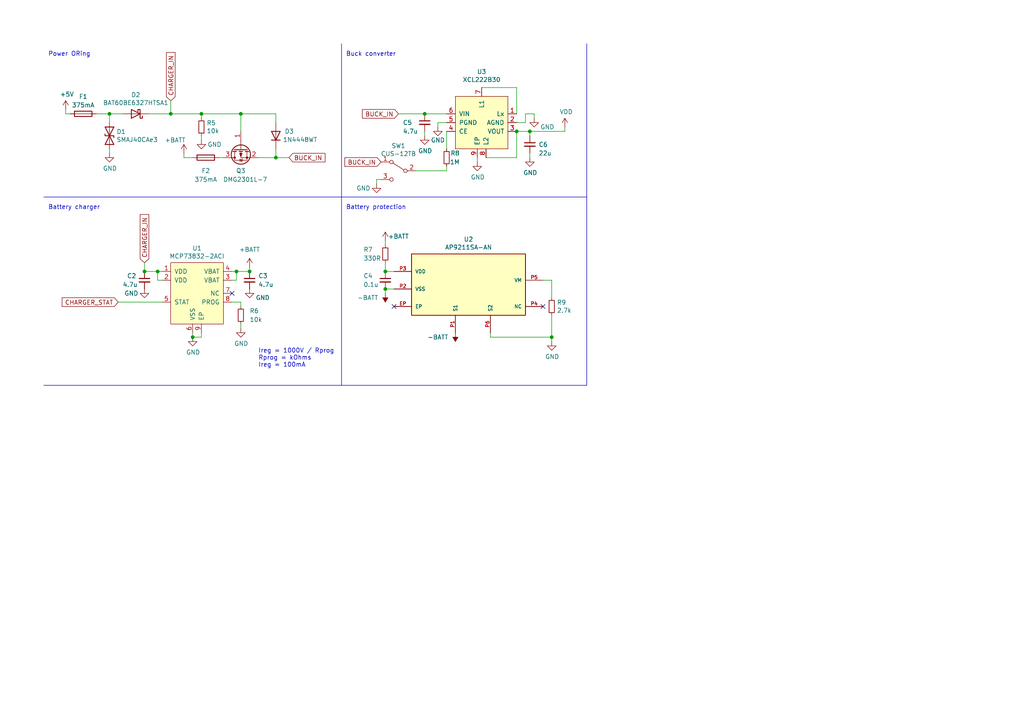
<source format=kicad_sch>
(kicad_sch (version 20230121) (generator eeschema)

  (uuid 0f29cc6e-8eba-43d7-a0a5-7a11ffe9c1e5)

  (paper "A4")

  (title_block
    (title "Power")
  )

  (lib_symbols
    (symbol "Device:C_Small" (pin_numbers hide) (pin_names (offset 0.254) hide) (in_bom yes) (on_board yes)
      (property "Reference" "C" (at 0.254 1.778 0)
        (effects (font (size 1.27 1.27)) (justify left))
      )
      (property "Value" "C_Small" (at 0.254 -2.032 0)
        (effects (font (size 1.27 1.27)) (justify left))
      )
      (property "Footprint" "" (at 0 0 0)
        (effects (font (size 1.27 1.27)) hide)
      )
      (property "Datasheet" "~" (at 0 0 0)
        (effects (font (size 1.27 1.27)) hide)
      )
      (property "ki_keywords" "capacitor cap" (at 0 0 0)
        (effects (font (size 1.27 1.27)) hide)
      )
      (property "ki_description" "Unpolarized capacitor, small symbol" (at 0 0 0)
        (effects (font (size 1.27 1.27)) hide)
      )
      (property "ki_fp_filters" "C_*" (at 0 0 0)
        (effects (font (size 1.27 1.27)) hide)
      )
      (symbol "C_Small_0_1"
        (polyline
          (pts
            (xy -1.524 -0.508)
            (xy 1.524 -0.508)
          )
          (stroke (width 0.3302) (type default))
          (fill (type none))
        )
        (polyline
          (pts
            (xy -1.524 0.508)
            (xy 1.524 0.508)
          )
          (stroke (width 0.3048) (type default))
          (fill (type none))
        )
      )
      (symbol "C_Small_1_1"
        (pin passive line (at 0 2.54 270) (length 2.032)
          (name "~" (effects (font (size 1.27 1.27))))
          (number "1" (effects (font (size 1.27 1.27))))
        )
        (pin passive line (at 0 -2.54 90) (length 2.032)
          (name "~" (effects (font (size 1.27 1.27))))
          (number "2" (effects (font (size 1.27 1.27))))
        )
      )
    )
    (symbol "Device:D" (pin_numbers hide) (pin_names (offset 1.016) hide) (in_bom yes) (on_board yes)
      (property "Reference" "D" (at 0 2.54 0)
        (effects (font (size 1.27 1.27)))
      )
      (property "Value" "D" (at 0 -2.54 0)
        (effects (font (size 1.27 1.27)))
      )
      (property "Footprint" "" (at 0 0 0)
        (effects (font (size 1.27 1.27)) hide)
      )
      (property "Datasheet" "~" (at 0 0 0)
        (effects (font (size 1.27 1.27)) hide)
      )
      (property "Sim.Device" "D" (at 0 0 0)
        (effects (font (size 1.27 1.27)) hide)
      )
      (property "Sim.Pins" "1=K 2=A" (at 0 0 0)
        (effects (font (size 1.27 1.27)) hide)
      )
      (property "ki_keywords" "diode" (at 0 0 0)
        (effects (font (size 1.27 1.27)) hide)
      )
      (property "ki_description" "Diode" (at 0 0 0)
        (effects (font (size 1.27 1.27)) hide)
      )
      (property "ki_fp_filters" "TO-???* *_Diode_* *SingleDiode* D_*" (at 0 0 0)
        (effects (font (size 1.27 1.27)) hide)
      )
      (symbol "D_0_1"
        (polyline
          (pts
            (xy -1.27 1.27)
            (xy -1.27 -1.27)
          )
          (stroke (width 0.254) (type default))
          (fill (type none))
        )
        (polyline
          (pts
            (xy 1.27 0)
            (xy -1.27 0)
          )
          (stroke (width 0) (type default))
          (fill (type none))
        )
        (polyline
          (pts
            (xy 1.27 1.27)
            (xy 1.27 -1.27)
            (xy -1.27 0)
            (xy 1.27 1.27)
          )
          (stroke (width 0.254) (type default))
          (fill (type none))
        )
      )
      (symbol "D_1_1"
        (pin passive line (at -3.81 0 0) (length 2.54)
          (name "K" (effects (font (size 1.27 1.27))))
          (number "1" (effects (font (size 1.27 1.27))))
        )
        (pin passive line (at 3.81 0 180) (length 2.54)
          (name "A" (effects (font (size 1.27 1.27))))
          (number "2" (effects (font (size 1.27 1.27))))
        )
      )
    )
    (symbol "Device:D_Schottky" (pin_numbers hide) (pin_names (offset 1.016) hide) (in_bom yes) (on_board yes)
      (property "Reference" "D" (at 0 2.54 0)
        (effects (font (size 1.27 1.27)))
      )
      (property "Value" "D_Schottky" (at 0 -2.54 0)
        (effects (font (size 1.27 1.27)))
      )
      (property "Footprint" "" (at 0 0 0)
        (effects (font (size 1.27 1.27)) hide)
      )
      (property "Datasheet" "~" (at 0 0 0)
        (effects (font (size 1.27 1.27)) hide)
      )
      (property "ki_keywords" "diode Schottky" (at 0 0 0)
        (effects (font (size 1.27 1.27)) hide)
      )
      (property "ki_description" "Schottky diode" (at 0 0 0)
        (effects (font (size 1.27 1.27)) hide)
      )
      (property "ki_fp_filters" "TO-???* *_Diode_* *SingleDiode* D_*" (at 0 0 0)
        (effects (font (size 1.27 1.27)) hide)
      )
      (symbol "D_Schottky_0_1"
        (polyline
          (pts
            (xy 1.27 0)
            (xy -1.27 0)
          )
          (stroke (width 0) (type default))
          (fill (type none))
        )
        (polyline
          (pts
            (xy 1.27 1.27)
            (xy 1.27 -1.27)
            (xy -1.27 0)
            (xy 1.27 1.27)
          )
          (stroke (width 0.254) (type default))
          (fill (type none))
        )
        (polyline
          (pts
            (xy -1.905 0.635)
            (xy -1.905 1.27)
            (xy -1.27 1.27)
            (xy -1.27 -1.27)
            (xy -0.635 -1.27)
            (xy -0.635 -0.635)
          )
          (stroke (width 0.254) (type default))
          (fill (type none))
        )
      )
      (symbol "D_Schottky_1_1"
        (pin passive line (at -3.81 0 0) (length 2.54)
          (name "K" (effects (font (size 1.27 1.27))))
          (number "1" (effects (font (size 1.27 1.27))))
        )
        (pin passive line (at 3.81 0 180) (length 2.54)
          (name "A" (effects (font (size 1.27 1.27))))
          (number "2" (effects (font (size 1.27 1.27))))
        )
      )
    )
    (symbol "Device:D_TVS" (pin_numbers hide) (pin_names (offset 1.016) hide) (in_bom yes) (on_board yes)
      (property "Reference" "D" (at 0 2.54 0)
        (effects (font (size 1.27 1.27)))
      )
      (property "Value" "D_TVS" (at 0 -2.54 0)
        (effects (font (size 1.27 1.27)))
      )
      (property "Footprint" "" (at 0 0 0)
        (effects (font (size 1.27 1.27)) hide)
      )
      (property "Datasheet" "~" (at 0 0 0)
        (effects (font (size 1.27 1.27)) hide)
      )
      (property "ki_keywords" "diode TVS thyrector" (at 0 0 0)
        (effects (font (size 1.27 1.27)) hide)
      )
      (property "ki_description" "Bidirectional transient-voltage-suppression diode" (at 0 0 0)
        (effects (font (size 1.27 1.27)) hide)
      )
      (property "ki_fp_filters" "TO-???* *_Diode_* *SingleDiode* D_*" (at 0 0 0)
        (effects (font (size 1.27 1.27)) hide)
      )
      (symbol "D_TVS_0_1"
        (polyline
          (pts
            (xy 1.27 0)
            (xy -1.27 0)
          )
          (stroke (width 0) (type default))
          (fill (type none))
        )
        (polyline
          (pts
            (xy 0.508 1.27)
            (xy 0 1.27)
            (xy 0 -1.27)
            (xy -0.508 -1.27)
          )
          (stroke (width 0.254) (type default))
          (fill (type none))
        )
        (polyline
          (pts
            (xy -2.54 1.27)
            (xy -2.54 -1.27)
            (xy 2.54 1.27)
            (xy 2.54 -1.27)
            (xy -2.54 1.27)
          )
          (stroke (width 0.254) (type default))
          (fill (type none))
        )
      )
      (symbol "D_TVS_1_1"
        (pin passive line (at -3.81 0 0) (length 2.54)
          (name "A1" (effects (font (size 1.27 1.27))))
          (number "1" (effects (font (size 1.27 1.27))))
        )
        (pin passive line (at 3.81 0 180) (length 2.54)
          (name "A2" (effects (font (size 1.27 1.27))))
          (number "2" (effects (font (size 1.27 1.27))))
        )
      )
    )
    (symbol "Device:Fuse" (pin_numbers hide) (pin_names (offset 0)) (in_bom yes) (on_board yes)
      (property "Reference" "F" (at 2.032 0 90)
        (effects (font (size 1.27 1.27)))
      )
      (property "Value" "Fuse" (at -1.905 0 90)
        (effects (font (size 1.27 1.27)))
      )
      (property "Footprint" "" (at -1.778 0 90)
        (effects (font (size 1.27 1.27)) hide)
      )
      (property "Datasheet" "~" (at 0 0 0)
        (effects (font (size 1.27 1.27)) hide)
      )
      (property "ki_keywords" "fuse" (at 0 0 0)
        (effects (font (size 1.27 1.27)) hide)
      )
      (property "ki_description" "Fuse" (at 0 0 0)
        (effects (font (size 1.27 1.27)) hide)
      )
      (property "ki_fp_filters" "*Fuse*" (at 0 0 0)
        (effects (font (size 1.27 1.27)) hide)
      )
      (symbol "Fuse_0_1"
        (rectangle (start -0.762 -2.54) (end 0.762 2.54)
          (stroke (width 0.254) (type default))
          (fill (type none))
        )
        (polyline
          (pts
            (xy 0 2.54)
            (xy 0 -2.54)
          )
          (stroke (width 0) (type default))
          (fill (type none))
        )
      )
      (symbol "Fuse_1_1"
        (pin passive line (at 0 3.81 270) (length 1.27)
          (name "~" (effects (font (size 1.27 1.27))))
          (number "1" (effects (font (size 1.27 1.27))))
        )
        (pin passive line (at 0 -3.81 90) (length 1.27)
          (name "~" (effects (font (size 1.27 1.27))))
          (number "2" (effects (font (size 1.27 1.27))))
        )
      )
    )
    (symbol "Device:R_Small" (pin_numbers hide) (pin_names (offset 0.254) hide) (in_bom yes) (on_board yes)
      (property "Reference" "R" (at 0.762 0.508 0)
        (effects (font (size 1.27 1.27)) (justify left))
      )
      (property "Value" "R_Small" (at 0.762 -1.016 0)
        (effects (font (size 1.27 1.27)) (justify left))
      )
      (property "Footprint" "" (at 0 0 0)
        (effects (font (size 1.27 1.27)) hide)
      )
      (property "Datasheet" "~" (at 0 0 0)
        (effects (font (size 1.27 1.27)) hide)
      )
      (property "ki_keywords" "R resistor" (at 0 0 0)
        (effects (font (size 1.27 1.27)) hide)
      )
      (property "ki_description" "Resistor, small symbol" (at 0 0 0)
        (effects (font (size 1.27 1.27)) hide)
      )
      (property "ki_fp_filters" "R_*" (at 0 0 0)
        (effects (font (size 1.27 1.27)) hide)
      )
      (symbol "R_Small_0_1"
        (rectangle (start -0.762 1.778) (end 0.762 -1.778)
          (stroke (width 0.2032) (type default))
          (fill (type none))
        )
      )
      (symbol "R_Small_1_1"
        (pin passive line (at 0 2.54 270) (length 0.762)
          (name "~" (effects (font (size 1.27 1.27))))
          (number "1" (effects (font (size 1.27 1.27))))
        )
        (pin passive line (at 0 -2.54 90) (length 0.762)
          (name "~" (effects (font (size 1.27 1.27))))
          (number "2" (effects (font (size 1.27 1.27))))
        )
      )
    )
    (symbol "Switch:SW_SPDT" (pin_names (offset 0) hide) (in_bom yes) (on_board yes)
      (property "Reference" "SW" (at 0 4.318 0)
        (effects (font (size 1.27 1.27)))
      )
      (property "Value" "SW_SPDT" (at 0 -5.08 0)
        (effects (font (size 1.27 1.27)))
      )
      (property "Footprint" "" (at 0 0 0)
        (effects (font (size 1.27 1.27)) hide)
      )
      (property "Datasheet" "~" (at 0 0 0)
        (effects (font (size 1.27 1.27)) hide)
      )
      (property "ki_keywords" "switch single-pole double-throw spdt ON-ON" (at 0 0 0)
        (effects (font (size 1.27 1.27)) hide)
      )
      (property "ki_description" "Switch, single pole double throw" (at 0 0 0)
        (effects (font (size 1.27 1.27)) hide)
      )
      (symbol "SW_SPDT_0_0"
        (circle (center -2.032 0) (radius 0.508)
          (stroke (width 0) (type default))
          (fill (type none))
        )
        (circle (center 2.032 -2.54) (radius 0.508)
          (stroke (width 0) (type default))
          (fill (type none))
        )
      )
      (symbol "SW_SPDT_0_1"
        (polyline
          (pts
            (xy -1.524 0.254)
            (xy 1.651 2.286)
          )
          (stroke (width 0) (type default))
          (fill (type none))
        )
        (circle (center 2.032 2.54) (radius 0.508)
          (stroke (width 0) (type default))
          (fill (type none))
        )
      )
      (symbol "SW_SPDT_1_1"
        (pin passive line (at 5.08 2.54 180) (length 2.54)
          (name "A" (effects (font (size 1.27 1.27))))
          (number "1" (effects (font (size 1.27 1.27))))
        )
        (pin passive line (at -5.08 0 0) (length 2.54)
          (name "B" (effects (font (size 1.27 1.27))))
          (number "2" (effects (font (size 1.27 1.27))))
        )
        (pin passive line (at 5.08 -2.54 180) (length 2.54)
          (name "C" (effects (font (size 1.27 1.27))))
          (number "3" (effects (font (size 1.27 1.27))))
        )
      )
    )
    (symbol "Transistor_FET:DMG2301L" (pin_names hide) (in_bom yes) (on_board yes)
      (property "Reference" "Q" (at 5.08 1.905 0)
        (effects (font (size 1.27 1.27)) (justify left))
      )
      (property "Value" "DMG2301L" (at 5.08 0 0)
        (effects (font (size 1.27 1.27)) (justify left))
      )
      (property "Footprint" "Package_TO_SOT_SMD:SOT-23" (at 5.08 -1.905 0)
        (effects (font (size 1.27 1.27) italic) (justify left) hide)
      )
      (property "Datasheet" "https://www.diodes.com/assets/Datasheets/DMG2301L.pdf" (at 0 0 0)
        (effects (font (size 1.27 1.27)) (justify left) hide)
      )
      (property "ki_keywords" "P-Channel MOSFET" (at 0 0 0)
        (effects (font (size 1.27 1.27)) hide)
      )
      (property "ki_description" "-3A Id, -20V Vds, P-Channel MOSFET, SOT-23" (at 0 0 0)
        (effects (font (size 1.27 1.27)) hide)
      )
      (property "ki_fp_filters" "SOT?23*" (at 0 0 0)
        (effects (font (size 1.27 1.27)) hide)
      )
      (symbol "DMG2301L_0_1"
        (polyline
          (pts
            (xy 0.254 0)
            (xy -2.54 0)
          )
          (stroke (width 0) (type default))
          (fill (type none))
        )
        (polyline
          (pts
            (xy 0.254 1.905)
            (xy 0.254 -1.905)
          )
          (stroke (width 0.254) (type default))
          (fill (type none))
        )
        (polyline
          (pts
            (xy 0.762 -1.27)
            (xy 0.762 -2.286)
          )
          (stroke (width 0.254) (type default))
          (fill (type none))
        )
        (polyline
          (pts
            (xy 0.762 0.508)
            (xy 0.762 -0.508)
          )
          (stroke (width 0.254) (type default))
          (fill (type none))
        )
        (polyline
          (pts
            (xy 0.762 2.286)
            (xy 0.762 1.27)
          )
          (stroke (width 0.254) (type default))
          (fill (type none))
        )
        (polyline
          (pts
            (xy 2.54 2.54)
            (xy 2.54 1.778)
          )
          (stroke (width 0) (type default))
          (fill (type none))
        )
        (polyline
          (pts
            (xy 2.54 -2.54)
            (xy 2.54 0)
            (xy 0.762 0)
          )
          (stroke (width 0) (type default))
          (fill (type none))
        )
        (polyline
          (pts
            (xy 0.762 1.778)
            (xy 3.302 1.778)
            (xy 3.302 -1.778)
            (xy 0.762 -1.778)
          )
          (stroke (width 0) (type default))
          (fill (type none))
        )
        (polyline
          (pts
            (xy 2.286 0)
            (xy 1.27 0.381)
            (xy 1.27 -0.381)
            (xy 2.286 0)
          )
          (stroke (width 0) (type default))
          (fill (type outline))
        )
        (polyline
          (pts
            (xy 2.794 -0.508)
            (xy 2.921 -0.381)
            (xy 3.683 -0.381)
            (xy 3.81 -0.254)
          )
          (stroke (width 0) (type default))
          (fill (type none))
        )
        (polyline
          (pts
            (xy 3.302 -0.381)
            (xy 2.921 0.254)
            (xy 3.683 0.254)
            (xy 3.302 -0.381)
          )
          (stroke (width 0) (type default))
          (fill (type none))
        )
        (circle (center 1.651 0) (radius 2.794)
          (stroke (width 0.254) (type default))
          (fill (type none))
        )
        (circle (center 2.54 -1.778) (radius 0.254)
          (stroke (width 0) (type default))
          (fill (type outline))
        )
        (circle (center 2.54 1.778) (radius 0.254)
          (stroke (width 0) (type default))
          (fill (type outline))
        )
      )
      (symbol "DMG2301L_1_1"
        (pin input line (at -5.08 0 0) (length 2.54)
          (name "G" (effects (font (size 1.27 1.27))))
          (number "1" (effects (font (size 1.27 1.27))))
        )
        (pin passive line (at 2.54 -5.08 90) (length 2.54)
          (name "S" (effects (font (size 1.27 1.27))))
          (number "2" (effects (font (size 1.27 1.27))))
        )
        (pin passive line (at 2.54 5.08 270) (length 2.54)
          (name "D" (effects (font (size 1.27 1.27))))
          (number "3" (effects (font (size 1.27 1.27))))
        )
      )
    )
    (symbol "power:+5V" (power) (pin_names (offset 0)) (in_bom yes) (on_board yes)
      (property "Reference" "#PWR" (at 0 -3.81 0)
        (effects (font (size 1.27 1.27)) hide)
      )
      (property "Value" "+5V" (at 0 3.556 0)
        (effects (font (size 1.27 1.27)))
      )
      (property "Footprint" "" (at 0 0 0)
        (effects (font (size 1.27 1.27)) hide)
      )
      (property "Datasheet" "" (at 0 0 0)
        (effects (font (size 1.27 1.27)) hide)
      )
      (property "ki_keywords" "global power" (at 0 0 0)
        (effects (font (size 1.27 1.27)) hide)
      )
      (property "ki_description" "Power symbol creates a global label with name \"+5V\"" (at 0 0 0)
        (effects (font (size 1.27 1.27)) hide)
      )
      (symbol "+5V_0_1"
        (polyline
          (pts
            (xy -0.762 1.27)
            (xy 0 2.54)
          )
          (stroke (width 0) (type default))
          (fill (type none))
        )
        (polyline
          (pts
            (xy 0 0)
            (xy 0 2.54)
          )
          (stroke (width 0) (type default))
          (fill (type none))
        )
        (polyline
          (pts
            (xy 0 2.54)
            (xy 0.762 1.27)
          )
          (stroke (width 0) (type default))
          (fill (type none))
        )
      )
      (symbol "+5V_1_1"
        (pin power_in line (at 0 0 90) (length 0) hide
          (name "+5V" (effects (font (size 1.27 1.27))))
          (number "1" (effects (font (size 1.27 1.27))))
        )
      )
    )
    (symbol "power:+BATT" (power) (pin_names (offset 0)) (in_bom yes) (on_board yes)
      (property "Reference" "#PWR" (at 0 -3.81 0)
        (effects (font (size 1.27 1.27)) hide)
      )
      (property "Value" "+BATT" (at 0 3.556 0)
        (effects (font (size 1.27 1.27)))
      )
      (property "Footprint" "" (at 0 0 0)
        (effects (font (size 1.27 1.27)) hide)
      )
      (property "Datasheet" "" (at 0 0 0)
        (effects (font (size 1.27 1.27)) hide)
      )
      (property "ki_keywords" "global power battery" (at 0 0 0)
        (effects (font (size 1.27 1.27)) hide)
      )
      (property "ki_description" "Power symbol creates a global label with name \"+BATT\"" (at 0 0 0)
        (effects (font (size 1.27 1.27)) hide)
      )
      (symbol "+BATT_0_1"
        (polyline
          (pts
            (xy -0.762 1.27)
            (xy 0 2.54)
          )
          (stroke (width 0) (type default))
          (fill (type none))
        )
        (polyline
          (pts
            (xy 0 0)
            (xy 0 2.54)
          )
          (stroke (width 0) (type default))
          (fill (type none))
        )
        (polyline
          (pts
            (xy 0 2.54)
            (xy 0.762 1.27)
          )
          (stroke (width 0) (type default))
          (fill (type none))
        )
      )
      (symbol "+BATT_1_1"
        (pin power_in line (at 0 0 90) (length 0) hide
          (name "+BATT" (effects (font (size 1.27 1.27))))
          (number "1" (effects (font (size 1.27 1.27))))
        )
      )
    )
    (symbol "power:-BATT" (power) (pin_names (offset 0)) (in_bom yes) (on_board yes)
      (property "Reference" "#PWR" (at 0 -3.81 0)
        (effects (font (size 1.27 1.27)) hide)
      )
      (property "Value" "-BATT" (at 0 3.556 0)
        (effects (font (size 1.27 1.27)))
      )
      (property "Footprint" "" (at 0 0 0)
        (effects (font (size 1.27 1.27)) hide)
      )
      (property "Datasheet" "" (at 0 0 0)
        (effects (font (size 1.27 1.27)) hide)
      )
      (property "ki_keywords" "global power battery" (at 0 0 0)
        (effects (font (size 1.27 1.27)) hide)
      )
      (property "ki_description" "Power symbol creates a global label with name \"-BATT\"" (at 0 0 0)
        (effects (font (size 1.27 1.27)) hide)
      )
      (symbol "-BATT_0_1"
        (polyline
          (pts
            (xy 0 0)
            (xy 0 2.54)
          )
          (stroke (width 0) (type default))
          (fill (type none))
        )
        (polyline
          (pts
            (xy 0.762 1.27)
            (xy -0.762 1.27)
            (xy 0 2.54)
            (xy 0.762 1.27)
          )
          (stroke (width 0) (type default))
          (fill (type outline))
        )
      )
      (symbol "-BATT_1_1"
        (pin power_in line (at 0 0 90) (length 0) hide
          (name "-BATT" (effects (font (size 1.27 1.27))))
          (number "1" (effects (font (size 1.27 1.27))))
        )
      )
    )
    (symbol "power:GND" (power) (pin_names (offset 0)) (in_bom yes) (on_board yes)
      (property "Reference" "#PWR" (at 0 -6.35 0)
        (effects (font (size 1.27 1.27)) hide)
      )
      (property "Value" "GND" (at 0 -3.81 0)
        (effects (font (size 1.27 1.27)))
      )
      (property "Footprint" "" (at 0 0 0)
        (effects (font (size 1.27 1.27)) hide)
      )
      (property "Datasheet" "" (at 0 0 0)
        (effects (font (size 1.27 1.27)) hide)
      )
      (property "ki_keywords" "global power" (at 0 0 0)
        (effects (font (size 1.27 1.27)) hide)
      )
      (property "ki_description" "Power symbol creates a global label with name \"GND\" , ground" (at 0 0 0)
        (effects (font (size 1.27 1.27)) hide)
      )
      (symbol "GND_0_1"
        (polyline
          (pts
            (xy 0 0)
            (xy 0 -1.27)
            (xy 1.27 -1.27)
            (xy 0 -2.54)
            (xy -1.27 -1.27)
            (xy 0 -1.27)
          )
          (stroke (width 0) (type default))
          (fill (type none))
        )
      )
      (symbol "GND_1_1"
        (pin power_in line (at 0 0 270) (length 0) hide
          (name "GND" (effects (font (size 1.27 1.27))))
          (number "1" (effects (font (size 1.27 1.27))))
        )
      )
    )
    (symbol "power:VDD" (power) (pin_names (offset 0)) (in_bom yes) (on_board yes)
      (property "Reference" "#PWR" (at 0 -3.81 0)
        (effects (font (size 1.27 1.27)) hide)
      )
      (property "Value" "VDD" (at 0 3.81 0)
        (effects (font (size 1.27 1.27)))
      )
      (property "Footprint" "" (at 0 0 0)
        (effects (font (size 1.27 1.27)) hide)
      )
      (property "Datasheet" "" (at 0 0 0)
        (effects (font (size 1.27 1.27)) hide)
      )
      (property "ki_keywords" "global power" (at 0 0 0)
        (effects (font (size 1.27 1.27)) hide)
      )
      (property "ki_description" "Power symbol creates a global label with name \"VDD\"" (at 0 0 0)
        (effects (font (size 1.27 1.27)) hide)
      )
      (symbol "VDD_0_1"
        (polyline
          (pts
            (xy -0.762 1.27)
            (xy 0 2.54)
          )
          (stroke (width 0) (type default))
          (fill (type none))
        )
        (polyline
          (pts
            (xy 0 0)
            (xy 0 2.54)
          )
          (stroke (width 0) (type default))
          (fill (type none))
        )
        (polyline
          (pts
            (xy 0 2.54)
            (xy 0.762 1.27)
          )
          (stroke (width 0) (type default))
          (fill (type none))
        )
      )
      (symbol "VDD_1_1"
        (pin power_in line (at 0 0 90) (length 0) hide
          (name "VDD" (effects (font (size 1.27 1.27))))
          (number "1" (effects (font (size 1.27 1.27))))
        )
      )
    )
    (symbol "smartwatch:AP9211" (pin_names (offset 1.016)) (in_bom yes) (on_board yes)
      (property "Reference" "IC" (at -17.78 12.7 0)
        (effects (font (size 1.27 1.27)) (justify left bottom))
      )
      (property "Value" "AP9211" (at -17.78 10.16 0)
        (effects (font (size 1.27 1.27)) (justify left bottom))
      )
      (property "Footprint" "U-DFN2030-6" (at 0 0 0)
        (effects (font (size 1.27 1.27)) (justify left bottom) hide)
      )
      (property "Datasheet" "" (at 0 0 0)
        (effects (font (size 1.27 1.27)) (justify left bottom) hide)
      )
      (property "ki_locked" "" (at 0 0 0)
        (effects (font (size 1.27 1.27)))
      )
      (symbol "AP9211_0_0"
        (rectangle (start -17.78 -7.62) (end 15.24 10.16)
          (stroke (width 0.254) (type solid))
          (fill (type background))
        )
        (pin bidirectional line (at -22.86 -5.08 0) (length 5.08)
          (name "EP" (effects (font (size 1.016 1.016))))
          (number "EP" (effects (font (size 1.016 1.016))))
        )
        (pin bidirectional line (at -5.08 -12.7 90) (length 5.08)
          (name "S1" (effects (font (size 1.016 1.016))))
          (number "P1" (effects (font (size 1.016 1.016))))
        )
        (pin bidirectional line (at -22.86 0 0) (length 5.08)
          (name "VSS" (effects (font (size 1.016 1.016))))
          (number "P2" (effects (font (size 1.016 1.016))))
        )
        (pin bidirectional line (at -22.86 5.08 0) (length 5.08)
          (name "VDD" (effects (font (size 1.016 1.016))))
          (number "P3" (effects (font (size 1.016 1.016))))
        )
        (pin bidirectional line (at 20.32 -5.08 180) (length 5.08)
          (name "NC" (effects (font (size 1.016 1.016))))
          (number "P4" (effects (font (size 1.016 1.016))))
        )
        (pin bidirectional line (at 20.32 2.54 180) (length 5.08)
          (name "VM" (effects (font (size 1.016 1.016))))
          (number "P5" (effects (font (size 1.016 1.016))))
        )
        (pin bidirectional line (at 5.08 -12.7 90) (length 5.08)
          (name "S2" (effects (font (size 1.016 1.016))))
          (number "P6" (effects (font (size 1.016 1.016))))
        )
      )
    )
    (symbol "smartwatch:MCP73831_2" (pin_names (offset 1.016)) (in_bom yes) (on_board yes)
      (property "Reference" "U" (at -6.35 13.97 0)
        (effects (font (size 1.27 1.27)))
      )
      (property "Value" "MCP73831_2" (at -1.27 11.43 0)
        (effects (font (size 1.27 1.27)))
      )
      (property "Footprint" "" (at 3.81 26.67 0)
        (effects (font (size 1.27 1.27)) hide)
      )
      (property "Datasheet" "" (at 3.81 26.67 0)
        (effects (font (size 1.27 1.27)) hide)
      )
      (symbol "MCP73831_2_0_1"
        (rectangle (start -7.62 8.89) (end 7.62 -8.89)
          (stroke (width 0) (type solid))
          (fill (type background))
        )
      )
      (symbol "MCP73831_2_1_1"
        (pin input line (at -10.16 6.35 0) (length 2.54)
          (name "VDD" (effects (font (size 1.27 1.27))))
          (number "1" (effects (font (size 1.27 1.27))))
        )
        (pin input line (at -10.16 3.81 0) (length 2.54)
          (name "VDD" (effects (font (size 1.27 1.27))))
          (number "2" (effects (font (size 1.27 1.27))))
        )
        (pin input line (at 10.16 3.81 180) (length 2.54)
          (name "VBAT" (effects (font (size 1.27 1.27))))
          (number "3" (effects (font (size 1.27 1.27))))
        )
        (pin input line (at 10.16 6.35 180) (length 2.54)
          (name "VBAT" (effects (font (size 1.27 1.27))))
          (number "4" (effects (font (size 1.27 1.27))))
        )
        (pin input line (at -10.16 -2.54 0) (length 2.54)
          (name "STAT" (effects (font (size 1.27 1.27))))
          (number "5" (effects (font (size 1.27 1.27))))
        )
        (pin input line (at -1.27 -11.43 90) (length 2.54)
          (name "VSS" (effects (font (size 1.27 1.27))))
          (number "6" (effects (font (size 1.27 1.27))))
        )
        (pin input line (at 10.16 0 180) (length 2.54)
          (name "NC" (effects (font (size 1.27 1.27))))
          (number "7" (effects (font (size 1.27 1.27))))
        )
        (pin input line (at 10.16 -2.54 180) (length 2.54)
          (name "PROG" (effects (font (size 1.27 1.27))))
          (number "8" (effects (font (size 1.27 1.27))))
        )
        (pin input line (at 1.27 -11.43 90) (length 2.54)
          (name "EP" (effects (font (size 1.27 1.27))))
          (number "9" (effects (font (size 1.27 1.27))))
        )
      )
    )
    (symbol "smartwatch:XCL222" (pin_names (offset 1.016)) (in_bom yes) (on_board yes)
      (property "Reference" "U" (at -8.89 11.43 0)
        (effects (font (size 1.27 1.27)))
      )
      (property "Value" "XCL222" (at -6.35 8.89 0)
        (effects (font (size 1.27 1.27)))
      )
      (property "Footprint" "" (at -6.35 8.89 0)
        (effects (font (size 1.27 1.27)) hide)
      )
      (property "Datasheet" "" (at -6.35 8.89 0)
        (effects (font (size 1.27 1.27)) hide)
      )
      (symbol "XCL222_0_1"
        (rectangle (start -7.62 7.62) (end 7.62 -7.62)
          (stroke (width 0) (type solid))
          (fill (type background))
        )
      )
      (symbol "XCL222_1_1"
        (pin input line (at 10.16 2.54 180) (length 2.54)
          (name "Lx" (effects (font (size 1.27 1.27))))
          (number "1" (effects (font (size 1.27 1.27))))
        )
        (pin input line (at 10.16 0 180) (length 2.54)
          (name "AGND" (effects (font (size 1.27 1.27))))
          (number "2" (effects (font (size 1.27 1.27))))
        )
        (pin input line (at 10.16 -2.54 180) (length 2.54)
          (name "VOUT" (effects (font (size 1.27 1.27))))
          (number "3" (effects (font (size 1.27 1.27))))
        )
        (pin input line (at -10.16 -2.54 0) (length 2.54)
          (name "CE" (effects (font (size 1.27 1.27))))
          (number "4" (effects (font (size 1.27 1.27))))
        )
        (pin input line (at -10.16 0 0) (length 2.54)
          (name "PGND" (effects (font (size 1.27 1.27))))
          (number "5" (effects (font (size 1.27 1.27))))
        )
        (pin input line (at -10.16 2.54 0) (length 2.54)
          (name "VIN" (effects (font (size 1.27 1.27))))
          (number "6" (effects (font (size 1.27 1.27))))
        )
        (pin input line (at 0 10.16 270) (length 2.54)
          (name "L1" (effects (font (size 1.27 1.27))))
          (number "7" (effects (font (size 1.27 1.27))))
        )
        (pin input line (at 1.27 -10.16 90) (length 2.54)
          (name "L2" (effects (font (size 1.27 1.27))))
          (number "8" (effects (font (size 1.27 1.27))))
        )
        (pin input line (at -1.27 -10.16 90) (length 2.54)
          (name "EP" (effects (font (size 1.27 1.27))))
          (number "9" (effects (font (size 1.27 1.27))))
        )
      )
    )
  )

  (junction (at 69.85 33.02) (diameter 0) (color 0 0 0 0)
    (uuid 10d1fe88-09b8-4da2-bcc9-28f1deacb55e)
  )
  (junction (at 123.19 33.02) (diameter 0) (color 0 0 0 0)
    (uuid 391bffb2-cd42-4894-b5b7-5e238d1b2fe0)
  )
  (junction (at 58.42 33.02) (diameter 0) (color 0 0 0 0)
    (uuid 51d9146b-71b1-48d2-8058-829efd3c23be)
  )
  (junction (at 111.76 78.74) (diameter 0) (color 0 0 0 0)
    (uuid 529ec3a9-f23b-4841-ac11-ad91c09f748b)
  )
  (junction (at 45.72 78.74) (diameter 0) (color 0 0 0 0)
    (uuid 5be99b97-403f-4987-af00-7d72f3bfda40)
  )
  (junction (at 41.91 78.74) (diameter 0) (color 0 0 0 0)
    (uuid 78ebe25f-69e3-46f3-9550-b2a574f21c34)
  )
  (junction (at 149.86 38.1) (diameter 0) (color 0 0 0 0)
    (uuid 8dfc7a60-0fbc-42b0-8acd-c601695606a2)
  )
  (junction (at 153.67 38.1) (diameter 0) (color 0 0 0 0)
    (uuid 9258c3a0-270f-4807-a10a-eca478c91e84)
  )
  (junction (at 80.01 45.72) (diameter 0) (color 0 0 0 0)
    (uuid a3e7d66a-195c-4ded-af53-7cd49e79560c)
  )
  (junction (at 160.02 97.79) (diameter 0) (color 0 0 0 0)
    (uuid bb1081d7-729c-46f5-9124-11f5026ec888)
  )
  (junction (at 68.58 78.74) (diameter 0) (color 0 0 0 0)
    (uuid c0e38a98-1e1a-4aee-9c90-7381a9431b2b)
  )
  (junction (at 49.53 33.02) (diameter 0) (color 0 0 0 0)
    (uuid da0293f0-f708-4336-8764-4890eeb8501d)
  )
  (junction (at 31.75 33.02) (diameter 0) (color 0 0 0 0)
    (uuid e5a2ae50-6192-469a-b05a-e1c80aea512d)
  )
  (junction (at 72.39 78.74) (diameter 0) (color 0 0 0 0)
    (uuid ea60ce7e-409c-4af8-a223-44782dd2349b)
  )
  (junction (at 111.76 83.82) (diameter 0) (color 0 0 0 0)
    (uuid edae5033-1eb0-4ee0-81d7-b3ff0da70ece)
  )
  (junction (at 55.88 97.79) (diameter 0) (color 0 0 0 0)
    (uuid f2f95a75-9762-4a91-8781-23eebdc294f7)
  )

  (no_connect (at 67.31 85.09) (uuid 0318a692-1e8e-48b3-b7df-5e0c06983e91))
  (no_connect (at 157.48 88.9) (uuid 1e7e08c1-27c4-4f89-b731-cc4013f6929e))
  (no_connect (at 114.3 88.9) (uuid 61447bec-dc3c-4212-9fb6-24bc160b681a))

  (wire (pts (xy 31.75 33.02) (xy 35.56 33.02))
    (stroke (width 0) (type default))
    (uuid 03604c44-1681-4123-a1a2-593c6f77aca6)
  )
  (wire (pts (xy 49.53 33.02) (xy 58.42 33.02))
    (stroke (width 0) (type default))
    (uuid 064cb9d3-d0a1-4e3f-8c3e-e18c1d8ce888)
  )
  (wire (pts (xy 69.85 93.98) (xy 69.85 95.25))
    (stroke (width 0) (type default))
    (uuid 081fdf48-8d79-40b0-8464-11b47ea0337a)
  )
  (wire (pts (xy 74.93 45.72) (xy 80.01 45.72))
    (stroke (width 0) (type default))
    (uuid 0ed30806-cbd7-4800-8b3b-be0ef3c5d60c)
  )
  (wire (pts (xy 27.94 33.02) (xy 31.75 33.02))
    (stroke (width 0) (type default))
    (uuid 11776fcc-5c98-4d79-a1a3-7f15286c3f49)
  )
  (wire (pts (xy 58.42 96.52) (xy 58.42 97.79))
    (stroke (width 0) (type default))
    (uuid 1344e368-1c73-492d-9910-b0b8c9855e34)
  )
  (wire (pts (xy 123.19 38.1) (xy 123.19 39.37))
    (stroke (width 0) (type default))
    (uuid 13972686-573a-4f52-b5f2-b2beece614ff)
  )
  (wire (pts (xy 49.53 29.21) (xy 49.53 33.02))
    (stroke (width 0) (type default))
    (uuid 17f2898f-1530-4e2f-bf09-0d214389294a)
  )
  (wire (pts (xy 58.42 33.02) (xy 58.42 34.29))
    (stroke (width 0) (type default))
    (uuid 1ee03531-5961-4f36-889e-29affd1e5f3a)
  )
  (wire (pts (xy 152.4 33.02) (xy 154.94 33.02))
    (stroke (width 0) (type default))
    (uuid 245ed023-4c6f-4bf8-8c41-7f2928bf577b)
  )
  (polyline (pts (xy 99.06 12.7) (xy 99.06 111.76))
    (stroke (width 0) (type default))
    (uuid 24b35a71-10bf-4010-a7da-e899a635d5ba)
  )

  (wire (pts (xy 45.72 78.74) (xy 41.91 78.74))
    (stroke (width 0) (type default))
    (uuid 2ad48e6a-dd7a-4266-ad1c-0937c1e90b74)
  )
  (wire (pts (xy 58.42 39.37) (xy 58.42 40.64))
    (stroke (width 0) (type default))
    (uuid 2c9a4d5f-78a3-460b-9751-d592b7ab27c7)
  )
  (wire (pts (xy 68.58 78.74) (xy 72.39 78.74))
    (stroke (width 0) (type default))
    (uuid 2d3b1b78-db95-4d4f-97db-93d816a70d17)
  )
  (wire (pts (xy 46.99 78.74) (xy 45.72 78.74))
    (stroke (width 0) (type default))
    (uuid 300723a2-236b-4420-8ede-6e01e8bc0ca8)
  )
  (wire (pts (xy 46.99 81.28) (xy 45.72 81.28))
    (stroke (width 0) (type default))
    (uuid 310b2557-8f64-4105-9652-64981720fe6d)
  )
  (wire (pts (xy 80.01 33.02) (xy 80.01 35.56))
    (stroke (width 0) (type default))
    (uuid 35fea6b3-fec9-4d25-9dde-ff04cfc2a7ad)
  )
  (wire (pts (xy 157.48 81.28) (xy 160.02 81.28))
    (stroke (width 0) (type default))
    (uuid 36dfa57c-1d90-4388-9816-990c6bc2b48e)
  )
  (wire (pts (xy 69.85 33.02) (xy 69.85 38.1))
    (stroke (width 0) (type default))
    (uuid 38181564-49eb-415f-8605-1a9603046a4d)
  )
  (wire (pts (xy 19.05 33.02) (xy 20.32 33.02))
    (stroke (width 0) (type default))
    (uuid 38ea1c47-ae10-4cbd-9601-f7e6d02621d9)
  )
  (wire (pts (xy 64.77 45.72) (xy 63.5 45.72))
    (stroke (width 0) (type default))
    (uuid 3c675d04-2536-4f95-a920-3ae75ba942e9)
  )
  (wire (pts (xy 152.4 35.56) (xy 152.4 33.02))
    (stroke (width 0) (type default))
    (uuid 3c723527-6b45-4ed1-a559-6b9e54622a14)
  )
  (wire (pts (xy 58.42 97.79) (xy 55.88 97.79))
    (stroke (width 0) (type default))
    (uuid 48554f04-522a-4fab-89af-e1082dd64b88)
  )
  (wire (pts (xy 43.18 33.02) (xy 49.53 33.02))
    (stroke (width 0) (type default))
    (uuid 4d00a955-babf-4cd6-a3d7-a89a4e7c7c61)
  )
  (wire (pts (xy 129.54 43.18) (xy 129.54 38.1))
    (stroke (width 0) (type default))
    (uuid 50443c1a-23fb-4cb7-9573-330099c36257)
  )
  (wire (pts (xy 53.34 45.72) (xy 55.88 45.72))
    (stroke (width 0) (type default))
    (uuid 54f01391-4264-498f-8cad-734c25f4b65a)
  )
  (wire (pts (xy 46.99 87.63) (xy 34.29 87.63))
    (stroke (width 0) (type default))
    (uuid 58447439-00a2-4169-82c7-5f4f669007f8)
  )
  (wire (pts (xy 19.05 31.75) (xy 19.05 33.02))
    (stroke (width 0) (type default))
    (uuid 5b8f3597-a69f-4341-8af0-3fe86408d56c)
  )
  (wire (pts (xy 149.86 35.56) (xy 152.4 35.56))
    (stroke (width 0) (type default))
    (uuid 5dadb5d1-d2cd-4f08-b3bb-93e4051129ec)
  )
  (wire (pts (xy 149.86 45.72) (xy 149.86 38.1))
    (stroke (width 0) (type default))
    (uuid 5f0da16b-a1ca-47d6-beac-0cfb502940cc)
  )
  (wire (pts (xy 160.02 81.28) (xy 160.02 86.36))
    (stroke (width 0) (type default))
    (uuid 5fa1e395-18c7-4486-a4f0-c6fdefff9586)
  )
  (polyline (pts (xy 12.7 111.76) (xy 170.18 111.76))
    (stroke (width 0) (type default))
    (uuid 62febd21-f4f9-4c49-9639-ccebb8b9d70b)
  )

  (wire (pts (xy 31.75 33.02) (xy 31.75 35.56))
    (stroke (width 0) (type default))
    (uuid 6670c4c3-dd1c-45be-957e-a4374e8f675c)
  )
  (wire (pts (xy 111.76 85.09) (xy 111.76 83.82))
    (stroke (width 0) (type default))
    (uuid 6a4ffb33-5418-4478-8f5c-4f3e0acbdbb0)
  )
  (wire (pts (xy 67.31 81.28) (xy 68.58 81.28))
    (stroke (width 0) (type default))
    (uuid 6e156323-f5a0-40db-a78c-b7e08184173b)
  )
  (polyline (pts (xy 170.18 12.7) (xy 170.18 111.76))
    (stroke (width 0) (type default))
    (uuid 6f3606bc-e8cb-41a6-9f6d-589a10f7ff77)
  )

  (wire (pts (xy 111.76 78.74) (xy 111.76 76.2))
    (stroke (width 0) (type default))
    (uuid 71f1ba07-caf6-4fd4-a9c0-838b365dd64e)
  )
  (wire (pts (xy 153.67 44.45) (xy 153.67 45.72))
    (stroke (width 0) (type default))
    (uuid 783e615b-11e2-45b1-a97c-86dd7ca4519a)
  )
  (wire (pts (xy 69.85 33.02) (xy 80.01 33.02))
    (stroke (width 0) (type default))
    (uuid 7881c879-edcc-4fa8-be17-77a624103612)
  )
  (wire (pts (xy 31.75 43.18) (xy 31.75 44.45))
    (stroke (width 0) (type default))
    (uuid 7adb4b35-2ff9-4268-a84e-2d9f577308f5)
  )
  (wire (pts (xy 149.86 38.1) (xy 153.67 38.1))
    (stroke (width 0) (type default))
    (uuid 875c854b-8d3b-498d-8948-fbb9c4337982)
  )
  (wire (pts (xy 67.31 78.74) (xy 68.58 78.74))
    (stroke (width 0) (type default))
    (uuid 89fe1be2-52eb-4b66-bba0-51de0e055441)
  )
  (wire (pts (xy 45.72 81.28) (xy 45.72 78.74))
    (stroke (width 0) (type default))
    (uuid 8b40dbbb-cffe-4860-94ca-096b5ab39caa)
  )
  (polyline (pts (xy 12.7 57.15) (xy 170.18 57.15))
    (stroke (width 0) (type default))
    (uuid 8d642ec5-45e9-4322-a254-f13f8c44b2aa)
  )

  (wire (pts (xy 138.43 46.99) (xy 138.43 45.72))
    (stroke (width 0) (type default))
    (uuid 8eb15c8d-37fc-4450-ad33-435c31b70610)
  )
  (wire (pts (xy 110.49 52.07) (xy 109.22 52.07))
    (stroke (width 0) (type default))
    (uuid 8fc1a17b-6997-4065-8a22-f06c2544f4be)
  )
  (wire (pts (xy 80.01 45.72) (xy 80.01 43.18))
    (stroke (width 0) (type default))
    (uuid 97231ec7-f7a7-4ecb-98c9-c92b1937cc6d)
  )
  (wire (pts (xy 129.54 35.56) (xy 127 35.56))
    (stroke (width 0) (type default))
    (uuid 99b6347d-0762-463c-9f90-57be780bed77)
  )
  (wire (pts (xy 53.34 44.45) (xy 53.34 45.72))
    (stroke (width 0) (type default))
    (uuid 9bbeb124-18b6-42df-8dd8-b5d7bb77d978)
  )
  (wire (pts (xy 109.22 52.07) (xy 109.22 53.34))
    (stroke (width 0) (type default))
    (uuid 9c60e2b3-8d51-417c-a00b-36b68eb84deb)
  )
  (wire (pts (xy 115.57 33.02) (xy 123.19 33.02))
    (stroke (width 0) (type default))
    (uuid 9d746ca7-305e-45ba-9bab-8d57aab7f697)
  )
  (wire (pts (xy 127 35.56) (xy 127 36.83))
    (stroke (width 0) (type default))
    (uuid a0142128-19b6-445f-a48e-f358cc165005)
  )
  (wire (pts (xy 69.85 87.63) (xy 69.85 88.9))
    (stroke (width 0) (type default))
    (uuid a08d24fd-f211-4c8f-8d92-ed99551e666a)
  )
  (wire (pts (xy 163.83 38.1) (xy 163.83 36.83))
    (stroke (width 0) (type default))
    (uuid a4389ca5-1422-485d-84b1-0e117472b815)
  )
  (wire (pts (xy 55.88 96.52) (xy 55.88 97.79))
    (stroke (width 0) (type default))
    (uuid a541c07b-7229-4ac4-a3d7-725a80846fa1)
  )
  (wire (pts (xy 129.54 33.02) (xy 123.19 33.02))
    (stroke (width 0) (type default))
    (uuid a84b485d-b898-4063-b61f-eaccd4287a8d)
  )
  (wire (pts (xy 41.91 76.2) (xy 41.91 78.74))
    (stroke (width 0) (type default))
    (uuid b21cde96-b18c-4c0c-9d05-f03ad62b5fa2)
  )
  (wire (pts (xy 142.24 97.79) (xy 160.02 97.79))
    (stroke (width 0) (type default))
    (uuid b5a17996-2e15-4bd3-977f-2b6c7bc7b955)
  )
  (wire (pts (xy 72.39 78.74) (xy 72.39 77.47))
    (stroke (width 0) (type default))
    (uuid b83ae0b8-88b0-4a84-8a81-f40242e9395b)
  )
  (wire (pts (xy 80.01 45.72) (xy 83.82 45.72))
    (stroke (width 0) (type default))
    (uuid be3dfa48-6b37-4285-9af6-f3d1bde80d0a)
  )
  (wire (pts (xy 149.86 25.4) (xy 149.86 33.02))
    (stroke (width 0) (type default))
    (uuid c275448c-6d48-421b-a168-e8c669256004)
  )
  (wire (pts (xy 160.02 97.79) (xy 160.02 99.06))
    (stroke (width 0) (type default))
    (uuid c5bfcbda-4185-4a94-9c26-cf836bd05a38)
  )
  (wire (pts (xy 58.42 33.02) (xy 69.85 33.02))
    (stroke (width 0) (type default))
    (uuid c640b673-56c2-4ec4-9d26-0fe4294a1c1c)
  )
  (wire (pts (xy 140.97 45.72) (xy 149.86 45.72))
    (stroke (width 0) (type default))
    (uuid cc5fd53a-6477-4163-ad1f-53c678897b18)
  )
  (wire (pts (xy 67.31 87.63) (xy 69.85 87.63))
    (stroke (width 0) (type default))
    (uuid cdbcbbc5-3744-4dea-a7be-fd554c87e304)
  )
  (wire (pts (xy 129.54 48.26) (xy 129.54 49.53))
    (stroke (width 0) (type default))
    (uuid d76fd845-5fde-4381-86ad-a3ca2a9752c4)
  )
  (wire (pts (xy 142.24 96.52) (xy 142.24 97.79))
    (stroke (width 0) (type default))
    (uuid d9a6d1b8-c867-4382-98c6-df344cd94a22)
  )
  (wire (pts (xy 111.76 83.82) (xy 114.3 83.82))
    (stroke (width 0) (type default))
    (uuid daf2e72e-141f-4c2b-8678-b561c8f3cc54)
  )
  (wire (pts (xy 139.7 25.4) (xy 149.86 25.4))
    (stroke (width 0) (type default))
    (uuid de5e1fe5-938a-4433-8772-5295c760f229)
  )
  (wire (pts (xy 111.76 69.85) (xy 111.76 71.12))
    (stroke (width 0) (type default))
    (uuid df1e465d-64fa-4676-80f5-59457303fec5)
  )
  (wire (pts (xy 68.58 81.28) (xy 68.58 78.74))
    (stroke (width 0) (type default))
    (uuid df213983-beff-4fb3-bf26-6fa26a4b5c42)
  )
  (wire (pts (xy 153.67 38.1) (xy 163.83 38.1))
    (stroke (width 0) (type default))
    (uuid df78b5e2-adef-4208-aa56-b085a2c89b96)
  )
  (wire (pts (xy 129.54 49.53) (xy 120.65 49.53))
    (stroke (width 0) (type default))
    (uuid e17dd185-34c9-4ac4-9ee3-026823bf428e)
  )
  (wire (pts (xy 111.76 78.74) (xy 114.3 78.74))
    (stroke (width 0) (type default))
    (uuid ec36f7b4-a907-4f8a-ac6b-ac7c66145d01)
  )
  (wire (pts (xy 160.02 91.44) (xy 160.02 97.79))
    (stroke (width 0) (type default))
    (uuid edcde4a7-3b65-4a2c-8740-d397797bb163)
  )
  (wire (pts (xy 154.94 33.02) (xy 154.94 34.29))
    (stroke (width 0) (type default))
    (uuid f0fcdf92-2233-432d-b7bc-7c97ec95f1df)
  )
  (wire (pts (xy 153.67 38.1) (xy 153.67 39.37))
    (stroke (width 0) (type default))
    (uuid f11d4bf4-775e-4cf0-a947-f88c6977c8d8)
  )

  (text "Power ORing" (at 13.97 16.51 0)
    (effects (font (size 1.27 1.27)) (justify left bottom))
    (uuid 063f3de8-cda2-414a-b3e0-cac15b45a37a)
  )
  (text "Battery protection" (at 100.33 60.96 0)
    (effects (font (size 1.27 1.27)) (justify left bottom))
    (uuid 0a5b9591-1ede-45d2-9ad9-4728fa0887eb)
  )
  (text "Ireg = 1000V / Rprog\nRprog = kOhms\nIreg = 100mA" (at 74.93 106.68 0)
    (effects (font (size 1.27 1.27)) (justify left bottom))
    (uuid 598b19c0-c164-4e2b-8108-7dba2c8f052a)
  )
  (text "Buck converter" (at 100.33 16.51 0)
    (effects (font (size 1.27 1.27)) (justify left bottom))
    (uuid d1d4caed-fb5d-45bd-ab14-75287383bba0)
  )
  (text "Battery charger" (at 13.97 60.96 0)
    (effects (font (size 1.27 1.27)) (justify left bottom))
    (uuid f3fba4a3-b97f-47a3-87b7-7e26918fd23b)
  )

  (global_label "BUCK_IN" (shape input) (at 83.82 45.72 0)
    (effects (font (size 1.27 1.27)) (justify left))
    (uuid 033c7e78-9bcb-4ab6-9744-32e09c6a9f55)
    (property "Intersheetrefs" "${INTERSHEET_REFS}" (at 83.82 45.72 0)
      (effects (font (size 1.27 1.27)) hide)
    )
  )
  (global_label "BUCK_IN" (shape input) (at 115.57 33.02 180)
    (effects (font (size 1.27 1.27)) (justify right))
    (uuid 6ab8d0b3-90c5-4c1f-97a9-6bb17a18868d)
    (property "Intersheetrefs" "${INTERSHEET_REFS}" (at 115.57 33.02 0)
      (effects (font (size 1.27 1.27)) hide)
    )
  )
  (global_label "BUCK_IN" (shape input) (at 110.49 46.99 180)
    (effects (font (size 1.27 1.27)) (justify right))
    (uuid 6c0281b7-399e-48e8-9cad-e844d88a1def)
    (property "Intersheetrefs" "${INTERSHEET_REFS}" (at 110.49 46.99 0)
      (effects (font (size 1.27 1.27)) hide)
    )
  )
  (global_label "CHARGER_STAT" (shape input) (at 34.29 87.63 180)
    (effects (font (size 1.27 1.27)) (justify right))
    (uuid 6c76a3d6-75a2-4962-81a1-27d618ad7d70)
    (property "Intersheetrefs" "${INTERSHEET_REFS}" (at 34.29 87.63 0)
      (effects (font (size 1.27 1.27)) hide)
    )
  )
  (global_label "CHARGER_IN" (shape input) (at 49.53 29.21 90)
    (effects (font (size 1.27 1.27)) (justify left))
    (uuid e013f853-3f9a-4cfc-af4c-437b1049098f)
    (property "Intersheetrefs" "${INTERSHEET_REFS}" (at 49.53 29.21 0)
      (effects (font (size 1.27 1.27)) hide)
    )
  )
  (global_label "CHARGER_IN" (shape input) (at 41.91 76.2 90)
    (effects (font (size 1.27 1.27)) (justify left))
    (uuid fa4f578c-e1ad-44d0-8644-3e74022e7c91)
    (property "Intersheetrefs" "${INTERSHEET_REFS}" (at 41.91 76.2 0)
      (effects (font (size 1.27 1.27)) hide)
    )
  )

  (symbol (lib_id "power:GND") (at 109.22 53.34 0) (unit 1)
    (in_bom yes) (on_board yes) (dnp no)
    (uuid 00000000-0000-0000-0000-000060c5d861)
    (property "Reference" "#PWR023" (at 109.22 59.69 0)
      (effects (font (size 1.27 1.27)) hide)
    )
    (property "Value" "GND" (at 105.41 54.61 0)
      (effects (font (size 1.27 1.27)))
    )
    (property "Footprint" "" (at 109.22 53.34 0)
      (effects (font (size 1.27 1.27)) hide)
    )
    (property "Datasheet" "" (at 109.22 53.34 0)
      (effects (font (size 1.27 1.27)) hide)
    )
    (pin "1" (uuid 5fdeae17-122a-4d30-b7aa-dc71ca8fa926))
    (instances
      (project "SmartWatch"
        (path "/6a040108-939a-4ebd-8207-895e1f432dc7/00000000-0000-0000-0000-000060cb2fe2"
          (reference "#PWR023") (unit 1)
        )
        (path "/6a040108-939a-4ebd-8207-895e1f432dc7"
          (reference "#PWR?") (unit 1)
        )
      )
    )
  )

  (symbol (lib_id "Switch:SW_SPDT") (at 115.57 49.53 0) (mirror y) (unit 1)
    (in_bom yes) (on_board yes) (dnp no)
    (uuid 00000000-0000-0000-0000-000060c5e43a)
    (property "Reference" "SW1" (at 115.57 42.291 0)
      (effects (font (size 1.27 1.27)))
    )
    (property "Value" "CUS-12TB" (at 115.57 44.6024 0)
      (effects (font (size 1.27 1.27)))
    )
    (property "Footprint" "smartwatch:CUS-12B" (at 115.57 49.53 0)
      (effects (font (size 1.27 1.27)) hide)
    )
    (property "Datasheet" "https://www.farnell.com/datasheets/2604293.pdf" (at 115.57 49.53 0)
      (effects (font (size 1.27 1.27)) hide)
    )
    (pin "1" (uuid 618f98c2-a496-4135-a04d-0a821935e259))
    (pin "2" (uuid b2a49c71-9321-4083-8451-7eaa2b9e92d9))
    (pin "3" (uuid fbc2e004-8c95-4d66-869c-9b8c69bb0756))
    (instances
      (project "SmartWatch"
        (path "/6a040108-939a-4ebd-8207-895e1f432dc7/00000000-0000-0000-0000-000060cb2fe2"
          (reference "SW1") (unit 1)
        )
      )
    )
  )

  (symbol (lib_id "Device:Fuse") (at 24.13 33.02 270) (unit 1)
    (in_bom yes) (on_board yes) (dnp no)
    (uuid 00000000-0000-0000-0000-000060cccfa3)
    (property "Reference" "F1" (at 24.13 28.0162 90)
      (effects (font (size 1.27 1.27)))
    )
    (property "Value" "375mA" (at 24.13 30.48 90)
      (effects (font (size 1.27 1.27)))
    )
    (property "Footprint" "Fuse:Fuse_0603_1608Metric" (at 24.13 31.242 90)
      (effects (font (size 1.27 1.27)) hide)
    )
    (property "Datasheet" "https://www.mouser.ee/datasheet/2/54/sf_0603fp_f-1360209.pdf" (at 24.13 33.02 0)
      (effects (font (size 1.27 1.27)) hide)
    )
    (pin "1" (uuid e7c9b4ba-40a9-4840-9523-7e2b6f1f9796))
    (pin "2" (uuid 328ff7eb-0510-4685-973f-df26a0df6492))
    (instances
      (project "SmartWatch"
        (path "/6a040108-939a-4ebd-8207-895e1f432dc7/00000000-0000-0000-0000-000060cb2fe2"
          (reference "F1") (unit 1)
        )
        (path "/6a040108-939a-4ebd-8207-895e1f432dc7"
          (reference "F?") (unit 1)
        )
      )
    )
  )

  (symbol (lib_id "Device:D_TVS") (at 31.75 39.37 270) (unit 1)
    (in_bom yes) (on_board yes) (dnp no)
    (uuid 00000000-0000-0000-0000-000060cccfa9)
    (property "Reference" "D1" (at 33.782 38.2016 90)
      (effects (font (size 1.27 1.27)) (justify left))
    )
    (property "Value" "SMAJ40CAe3" (at 33.782 40.513 90)
      (effects (font (size 1.27 1.27)) (justify left))
    )
    (property "Footprint" "Diode_SMD:D_SMA" (at 31.75 39.37 0)
      (effects (font (size 1.27 1.27)) hide)
    )
    (property "Datasheet" "https://www.mouser.ee/datasheet/2/268/smaj5_0_to_smaj440ca_rev_c-1592130.pdf" (at 31.75 39.37 0)
      (effects (font (size 1.27 1.27)) hide)
    )
    (pin "1" (uuid 9cdc9d74-4ae1-4c37-8619-4ddc41a9f049))
    (pin "2" (uuid a5f5e573-1ab2-4bc2-b24e-86f5e38b5718))
    (instances
      (project "SmartWatch"
        (path "/6a040108-939a-4ebd-8207-895e1f432dc7/00000000-0000-0000-0000-000060cb2fe2"
          (reference "D1") (unit 1)
        )
        (path "/6a040108-939a-4ebd-8207-895e1f432dc7"
          (reference "D?") (unit 1)
        )
      )
    )
  )

  (symbol (lib_id "power:GND") (at 31.75 44.45 0) (unit 1)
    (in_bom yes) (on_board yes) (dnp no)
    (uuid 00000000-0000-0000-0000-000060cccfaf)
    (property "Reference" "#PWR015" (at 31.75 50.8 0)
      (effects (font (size 1.27 1.27)) hide)
    )
    (property "Value" "GND" (at 31.877 48.8442 0)
      (effects (font (size 1.27 1.27)))
    )
    (property "Footprint" "" (at 31.75 44.45 0)
      (effects (font (size 1.27 1.27)) hide)
    )
    (property "Datasheet" "" (at 31.75 44.45 0)
      (effects (font (size 1.27 1.27)) hide)
    )
    (pin "1" (uuid ca98621d-de33-4306-ae63-e14fd2c7a722))
    (instances
      (project "SmartWatch"
        (path "/6a040108-939a-4ebd-8207-895e1f432dc7/00000000-0000-0000-0000-000060cb2fe2"
          (reference "#PWR015") (unit 1)
        )
        (path "/6a040108-939a-4ebd-8207-895e1f432dc7"
          (reference "#PWR?") (unit 1)
        )
      )
    )
  )

  (symbol (lib_id "Device:D_Schottky") (at 39.37 33.02 180) (unit 1)
    (in_bom yes) (on_board yes) (dnp no)
    (uuid 00000000-0000-0000-0000-000060cccfb8)
    (property "Reference" "D2" (at 39.37 27.5082 0)
      (effects (font (size 1.27 1.27)))
    )
    (property "Value" "BAT60BE6327HTSA1" (at 39.37 29.8196 0)
      (effects (font (size 1.27 1.27)))
    )
    (property "Footprint" "Diode_SMD:D_SOD-323" (at 39.37 33.02 0)
      (effects (font (size 1.27 1.27)) hide)
    )
    (property "Datasheet" "https://4donline.ihs.com/images/VipMasterIC/IC/INFN/INFNS11530/INFNS11530-1.pdf?hkey=6D3A4C79FDBF58556ACFDE234799DDF0" (at 39.37 33.02 0)
      (effects (font (size 1.27 1.27)) hide)
    )
    (pin "1" (uuid 1780c0b3-4118-440b-9f33-a75cefebe528))
    (pin "2" (uuid caa73452-eb7e-4730-9ef7-e9230e63ade0))
    (instances
      (project "SmartWatch"
        (path "/6a040108-939a-4ebd-8207-895e1f432dc7/00000000-0000-0000-0000-000060cb2fe2"
          (reference "D2") (unit 1)
        )
        (path "/6a040108-939a-4ebd-8207-895e1f432dc7"
          (reference "D?") (unit 1)
        )
      )
    )
  )

  (symbol (lib_id "Transistor_FET:DMG2301L") (at 69.85 43.18 90) (mirror x) (unit 1)
    (in_bom yes) (on_board yes) (dnp no)
    (uuid 00000000-0000-0000-0000-000060cccfcd)
    (property "Reference" "Q3" (at 69.85 49.53 90)
      (effects (font (size 1.27 1.27)))
    )
    (property "Value" "DMG2301L-7" (at 71.12 52.07 90)
      (effects (font (size 1.27 1.27)))
    )
    (property "Footprint" "Package_TO_SOT_SMD:SOT-23" (at 71.755 48.26 0)
      (effects (font (size 1.27 1.27) italic) (justify left) hide)
    )
    (property "Datasheet" "https://www.mouser.ee/datasheet/2/115/DMG2301L-959562.pdf" (at 69.85 43.18 0)
      (effects (font (size 1.27 1.27)) (justify left) hide)
    )
    (pin "1" (uuid 89ed1c79-4922-4ea0-aff1-e0b07bb3a804))
    (pin "2" (uuid f46bc9ff-d859-49ab-842f-9e412a8598ec))
    (pin "3" (uuid b2f2b859-7115-4a4e-9ee0-af0795217322))
    (instances
      (project "SmartWatch"
        (path "/6a040108-939a-4ebd-8207-895e1f432dc7/00000000-0000-0000-0000-000060cb2fe2"
          (reference "Q3") (unit 1)
        )
        (path "/6a040108-939a-4ebd-8207-895e1f432dc7"
          (reference "Q?") (unit 1)
        )
      )
    )
  )

  (symbol (lib_id "Device:R_Small") (at 58.42 36.83 0) (unit 1)
    (in_bom yes) (on_board yes) (dnp no)
    (uuid 00000000-0000-0000-0000-000060cccfd4)
    (property "Reference" "R5" (at 59.9186 35.6616 0)
      (effects (font (size 1.27 1.27)) (justify left))
    )
    (property "Value" "10k" (at 59.9186 37.973 0)
      (effects (font (size 1.27 1.27)) (justify left))
    )
    (property "Footprint" "Resistor_SMD:R_0402_1005Metric" (at 58.42 36.83 0)
      (effects (font (size 1.27 1.27)) hide)
    )
    (property "Datasheet" "~" (at 58.42 36.83 0)
      (effects (font (size 1.27 1.27)) hide)
    )
    (pin "1" (uuid 2840c643-5a93-49ab-abed-49e5dffbdccb))
    (pin "2" (uuid 3e7401f6-912b-46d0-a571-98c5f890530f))
    (instances
      (project "SmartWatch"
        (path "/6a040108-939a-4ebd-8207-895e1f432dc7/00000000-0000-0000-0000-000060cb2fe2"
          (reference "R5") (unit 1)
        )
        (path "/6a040108-939a-4ebd-8207-895e1f432dc7"
          (reference "R?") (unit 1)
        )
      )
    )
  )

  (symbol (lib_id "power:GND") (at 58.42 40.64 0) (unit 1)
    (in_bom yes) (on_board yes) (dnp no)
    (uuid 00000000-0000-0000-0000-000060cccfde)
    (property "Reference" "#PWR019" (at 58.42 46.99 0)
      (effects (font (size 1.27 1.27)) hide)
    )
    (property "Value" "GND" (at 62.23 41.91 0)
      (effects (font (size 1.27 1.27)))
    )
    (property "Footprint" "" (at 58.42 40.64 0)
      (effects (font (size 1.27 1.27)) hide)
    )
    (property "Datasheet" "" (at 58.42 40.64 0)
      (effects (font (size 1.27 1.27)) hide)
    )
    (pin "1" (uuid 52b6bc5e-6270-4d52-a603-c08d517b3f16))
    (instances
      (project "SmartWatch"
        (path "/6a040108-939a-4ebd-8207-895e1f432dc7/00000000-0000-0000-0000-000060cb2fe2"
          (reference "#PWR019") (unit 1)
        )
        (path "/6a040108-939a-4ebd-8207-895e1f432dc7"
          (reference "#PWR?") (unit 1)
        )
      )
    )
  )

  (symbol (lib_id "Device:D") (at 80.01 39.37 90) (unit 1)
    (in_bom yes) (on_board yes) (dnp no)
    (uuid 00000000-0000-0000-0000-000060cccfe5)
    (property "Reference" "D3" (at 82.55 38.1 90)
      (effects (font (size 1.27 1.27)) (justify right))
    )
    (property "Value" "1N4448WT" (at 82.042 40.513 90)
      (effects (font (size 1.27 1.27)) (justify right))
    )
    (property "Footprint" "smartwatch:SOD-523F" (at 80.01 39.37 0)
      (effects (font (size 1.27 1.27)) hide)
    )
    (property "Datasheet" "https://www.mouser.ee/datasheet/2/308/1N914BWT_D-2309108.pdf" (at 80.01 39.37 0)
      (effects (font (size 1.27 1.27)) hide)
    )
    (pin "1" (uuid f3fd2b0a-946a-4d3f-a1c2-b7b52e8d5d38))
    (pin "2" (uuid 065e31ad-76f6-4c85-8a4c-49bed2bed6c3))
    (instances
      (project "SmartWatch"
        (path "/6a040108-939a-4ebd-8207-895e1f432dc7/00000000-0000-0000-0000-000060cb2fe2"
          (reference "D3") (unit 1)
        )
        (path "/6a040108-939a-4ebd-8207-895e1f432dc7"
          (reference "D?") (unit 1)
        )
      )
    )
  )

  (symbol (lib_id "power:+5V") (at 19.05 31.75 0) (unit 1)
    (in_bom yes) (on_board yes) (dnp no)
    (uuid 00000000-0000-0000-0000-000060ccd01a)
    (property "Reference" "#PWR014" (at 19.05 35.56 0)
      (effects (font (size 1.27 1.27)) hide)
    )
    (property "Value" "+5V" (at 19.431 27.3558 0)
      (effects (font (size 1.27 1.27)))
    )
    (property "Footprint" "" (at 19.05 31.75 0)
      (effects (font (size 1.27 1.27)) hide)
    )
    (property "Datasheet" "" (at 19.05 31.75 0)
      (effects (font (size 1.27 1.27)) hide)
    )
    (pin "1" (uuid ec062310-00b9-4650-812a-2eba033a5bc0))
    (instances
      (project "SmartWatch"
        (path "/6a040108-939a-4ebd-8207-895e1f432dc7/00000000-0000-0000-0000-000060cb2fe2"
          (reference "#PWR014") (unit 1)
        )
        (path "/6a040108-939a-4ebd-8207-895e1f432dc7"
          (reference "#PWR?") (unit 1)
        )
      )
    )
  )

  (symbol (lib_id "Device:Fuse") (at 59.69 45.72 270) (unit 1)
    (in_bom yes) (on_board yes) (dnp no)
    (uuid 00000000-0000-0000-0000-000060ccd022)
    (property "Reference" "F2" (at 59.69 49.53 90)
      (effects (font (size 1.27 1.27)))
    )
    (property "Value" "375mA" (at 59.69 52.07 90)
      (effects (font (size 1.27 1.27)))
    )
    (property "Footprint" "Fuse:Fuse_0603_1608Metric" (at 59.69 43.942 90)
      (effects (font (size 1.27 1.27)) hide)
    )
    (property "Datasheet" "https://www.mouser.ee/datasheet/2/54/sf_0603fp_f-1360209.pdf" (at 59.69 45.72 0)
      (effects (font (size 1.27 1.27)) hide)
    )
    (pin "1" (uuid 1ad1c4b7-5f1e-4f09-8936-4aa2440b6e14))
    (pin "2" (uuid ac9bb814-ed43-4710-a688-1302e0a0306f))
    (instances
      (project "SmartWatch"
        (path "/6a040108-939a-4ebd-8207-895e1f432dc7/00000000-0000-0000-0000-000060cb2fe2"
          (reference "F2") (unit 1)
        )
        (path "/6a040108-939a-4ebd-8207-895e1f432dc7"
          (reference "F?") (unit 1)
        )
      )
    )
  )

  (symbol (lib_id "power:+BATT") (at 53.34 44.45 0) (unit 1)
    (in_bom yes) (on_board yes) (dnp no)
    (uuid 00000000-0000-0000-0000-000060ccd029)
    (property "Reference" "#PWR017" (at 53.34 48.26 0)
      (effects (font (size 1.27 1.27)) hide)
    )
    (property "Value" "+BATT" (at 50.8 40.64 0)
      (effects (font (size 1.27 1.27)))
    )
    (property "Footprint" "" (at 53.34 44.45 0)
      (effects (font (size 1.27 1.27)) hide)
    )
    (property "Datasheet" "" (at 53.34 44.45 0)
      (effects (font (size 1.27 1.27)) hide)
    )
    (pin "1" (uuid fd9174b8-ea96-41f4-8f52-5091899b5f60))
    (instances
      (project "SmartWatch"
        (path "/6a040108-939a-4ebd-8207-895e1f432dc7/00000000-0000-0000-0000-000060cb2fe2"
          (reference "#PWR017") (unit 1)
        )
        (path "/6a040108-939a-4ebd-8207-895e1f432dc7"
          (reference "#PWR?") (unit 1)
        )
      )
    )
  )

  (symbol (lib_id "smartwatch:AP9211") (at 137.16 83.82 0) (unit 1)
    (in_bom yes) (on_board yes) (dnp no)
    (uuid 00000000-0000-0000-0000-000060ccd031)
    (property "Reference" "U2" (at 135.89 69.4182 0)
      (effects (font (size 1.27 1.27)))
    )
    (property "Value" "AP9211SA-AN" (at 135.89 71.7296 0)
      (effects (font (size 1.27 1.27)))
    )
    (property "Footprint" "smartwatch:U-DFN2030-6" (at 137.16 83.82 0)
      (effects (font (size 1.27 1.27)) (justify left bottom) hide)
    )
    (property "Datasheet" "https://4donline.ihs.com/images/VipMasterIC/IC/DIOD/DIOD-S-A0003097524/DIOD-S-A0003559384-1.pdf?hkey=6D3A4C79FDBF58556ACFDE234799DDF0" (at 137.16 83.82 0)
      (effects (font (size 1.27 1.27)) (justify left bottom) hide)
    )
    (pin "EP" (uuid ec239b69-2180-4024-8818-7fa280f80d4e))
    (pin "P1" (uuid c58c0d9a-37d6-476d-9a69-f034d42b2ea2))
    (pin "P2" (uuid 0a3d4692-5274-454b-a046-21d125c03c92))
    (pin "P3" (uuid 4b1c9ae3-c9bf-4f44-9d10-40f0cda3779c))
    (pin "P4" (uuid e5a83eac-f1fa-468c-9d65-e0f2d047499c))
    (pin "P5" (uuid 93a84fe0-a732-4a48-8a39-9bf29611f2f2))
    (pin "P6" (uuid 2c109bf6-5cbd-455a-8bfa-7e9003beaf2d))
    (instances
      (project "SmartWatch"
        (path "/6a040108-939a-4ebd-8207-895e1f432dc7/00000000-0000-0000-0000-000060cb2fe2"
          (reference "U2") (unit 1)
        )
        (path "/6a040108-939a-4ebd-8207-895e1f432dc7"
          (reference "U?") (unit 1)
        )
      )
    )
  )

  (symbol (lib_id "power:-BATT") (at 111.76 85.09 180) (unit 1)
    (in_bom yes) (on_board yes) (dnp no)
    (uuid 00000000-0000-0000-0000-000060ccd03a)
    (property "Reference" "#PWR025" (at 111.76 81.28 0)
      (effects (font (size 1.27 1.27)) hide)
    )
    (property "Value" "-BATT" (at 106.68 86.36 0)
      (effects (font (size 1.27 1.27)))
    )
    (property "Footprint" "" (at 111.76 85.09 0)
      (effects (font (size 1.27 1.27)) hide)
    )
    (property "Datasheet" "" (at 111.76 85.09 0)
      (effects (font (size 1.27 1.27)) hide)
    )
    (pin "1" (uuid 0404489a-a1e9-4abe-8108-20a11e3903ac))
    (instances
      (project "SmartWatch"
        (path "/6a040108-939a-4ebd-8207-895e1f432dc7/00000000-0000-0000-0000-000060cb2fe2"
          (reference "#PWR025") (unit 1)
        )
        (path "/6a040108-939a-4ebd-8207-895e1f432dc7"
          (reference "#PWR?") (unit 1)
        )
      )
    )
  )

  (symbol (lib_id "power:-BATT") (at 132.08 96.52 180) (unit 1)
    (in_bom yes) (on_board yes) (dnp no)
    (uuid 00000000-0000-0000-0000-000060ccd043)
    (property "Reference" "#PWR028" (at 132.08 92.71 0)
      (effects (font (size 1.27 1.27)) hide)
    )
    (property "Value" "-BATT" (at 127 97.79 0)
      (effects (font (size 1.27 1.27)))
    )
    (property "Footprint" "" (at 132.08 96.52 0)
      (effects (font (size 1.27 1.27)) hide)
    )
    (property "Datasheet" "" (at 132.08 96.52 0)
      (effects (font (size 1.27 1.27)) hide)
    )
    (pin "1" (uuid e078a9a0-a1b3-488c-954d-d1a6b7bfc3e8))
    (instances
      (project "SmartWatch"
        (path "/6a040108-939a-4ebd-8207-895e1f432dc7/00000000-0000-0000-0000-000060cb2fe2"
          (reference "#PWR028") (unit 1)
        )
        (path "/6a040108-939a-4ebd-8207-895e1f432dc7"
          (reference "#PWR?") (unit 1)
        )
      )
    )
  )

  (symbol (lib_id "Device:R_Small") (at 160.02 88.9 0) (unit 1)
    (in_bom yes) (on_board yes) (dnp no)
    (uuid 00000000-0000-0000-0000-000060ccd04b)
    (property "Reference" "R9" (at 161.5186 87.7316 0)
      (effects (font (size 1.27 1.27)) (justify left))
    )
    (property "Value" "2.7k" (at 161.5186 90.043 0)
      (effects (font (size 1.27 1.27)) (justify left))
    )
    (property "Footprint" "Resistor_SMD:R_0603_1608Metric" (at 160.02 88.9 0)
      (effects (font (size 1.27 1.27)) hide)
    )
    (property "Datasheet" "~" (at 160.02 88.9 0)
      (effects (font (size 1.27 1.27)) hide)
    )
    (pin "1" (uuid a0cf0df0-78e3-491d-b404-8d2178efc3f1))
    (pin "2" (uuid ffec2da9-3b4a-478d-b062-03906725d4b9))
    (instances
      (project "SmartWatch"
        (path "/6a040108-939a-4ebd-8207-895e1f432dc7/00000000-0000-0000-0000-000060cb2fe2"
          (reference "R9") (unit 1)
        )
        (path "/6a040108-939a-4ebd-8207-895e1f432dc7"
          (reference "R?") (unit 1)
        )
      )
    )
  )

  (symbol (lib_id "Device:C_Small") (at 111.76 81.28 0) (unit 1)
    (in_bom yes) (on_board yes) (dnp no)
    (uuid 00000000-0000-0000-0000-000060ccd056)
    (property "Reference" "C4" (at 105.41 80.01 0)
      (effects (font (size 1.27 1.27)) (justify left))
    )
    (property "Value" "0.1u" (at 105.41 82.55 0)
      (effects (font (size 1.27 1.27)) (justify left))
    )
    (property "Footprint" "Capacitor_SMD:C_0603_1608Metric" (at 111.76 81.28 0)
      (effects (font (size 1.27 1.27)) hide)
    )
    (property "Datasheet" "~" (at 111.76 81.28 0)
      (effects (font (size 1.27 1.27)) hide)
    )
    (pin "1" (uuid 78d7eb7d-bb26-494f-a94a-857e279765df))
    (pin "2" (uuid f177db97-a25c-4204-bc20-4c7a256cc8be))
    (instances
      (project "SmartWatch"
        (path "/6a040108-939a-4ebd-8207-895e1f432dc7/00000000-0000-0000-0000-000060cb2fe2"
          (reference "C4") (unit 1)
        )
        (path "/6a040108-939a-4ebd-8207-895e1f432dc7"
          (reference "C?") (unit 1)
        )
      )
    )
  )

  (symbol (lib_id "Device:R_Small") (at 111.76 73.66 0) (unit 1)
    (in_bom yes) (on_board yes) (dnp no)
    (uuid 00000000-0000-0000-0000-000060ccd05e)
    (property "Reference" "R7" (at 105.41 72.39 0)
      (effects (font (size 1.27 1.27)) (justify left))
    )
    (property "Value" "330R" (at 105.41 74.93 0)
      (effects (font (size 1.27 1.27)) (justify left))
    )
    (property "Footprint" "Resistor_SMD:R_0603_1608Metric" (at 111.76 73.66 0)
      (effects (font (size 1.27 1.27)) hide)
    )
    (property "Datasheet" "~" (at 111.76 73.66 0)
      (effects (font (size 1.27 1.27)) hide)
    )
    (pin "1" (uuid 692fa725-ef29-4eb9-8334-187e8f39e376))
    (pin "2" (uuid f105a523-b892-4338-ae23-ec2fb11fbd68))
    (instances
      (project "SmartWatch"
        (path "/6a040108-939a-4ebd-8207-895e1f432dc7/00000000-0000-0000-0000-000060cb2fe2"
          (reference "R7") (unit 1)
        )
        (path "/6a040108-939a-4ebd-8207-895e1f432dc7"
          (reference "R?") (unit 1)
        )
      )
    )
  )

  (symbol (lib_id "power:+BATT") (at 111.76 69.85 0) (unit 1)
    (in_bom yes) (on_board yes) (dnp no)
    (uuid 00000000-0000-0000-0000-000060ccd066)
    (property "Reference" "#PWR024" (at 111.76 73.66 0)
      (effects (font (size 1.27 1.27)) hide)
    )
    (property "Value" "+BATT" (at 115.57 68.58 0)
      (effects (font (size 1.27 1.27)))
    )
    (property "Footprint" "" (at 111.76 69.85 0)
      (effects (font (size 1.27 1.27)) hide)
    )
    (property "Datasheet" "" (at 111.76 69.85 0)
      (effects (font (size 1.27 1.27)) hide)
    )
    (pin "1" (uuid dca0bb2b-0e17-486e-aa63-cab9e6652d1e))
    (instances
      (project "SmartWatch"
        (path "/6a040108-939a-4ebd-8207-895e1f432dc7/00000000-0000-0000-0000-000060cb2fe2"
          (reference "#PWR024") (unit 1)
        )
        (path "/6a040108-939a-4ebd-8207-895e1f432dc7"
          (reference "#PWR?") (unit 1)
        )
      )
    )
  )

  (symbol (lib_id "power:GND") (at 160.02 99.06 0) (unit 1)
    (in_bom yes) (on_board yes) (dnp no)
    (uuid 00000000-0000-0000-0000-000060ce3885)
    (property "Reference" "#PWR032" (at 160.02 105.41 0)
      (effects (font (size 1.27 1.27)) hide)
    )
    (property "Value" "GND" (at 160.147 103.4542 0)
      (effects (font (size 1.27 1.27)))
    )
    (property "Footprint" "" (at 160.02 99.06 0)
      (effects (font (size 1.27 1.27)) hide)
    )
    (property "Datasheet" "" (at 160.02 99.06 0)
      (effects (font (size 1.27 1.27)) hide)
    )
    (pin "1" (uuid efbfba50-6ec8-45f6-8942-7925a77403fb))
    (instances
      (project "SmartWatch"
        (path "/6a040108-939a-4ebd-8207-895e1f432dc7/00000000-0000-0000-0000-000060cb2fe2"
          (reference "#PWR032") (unit 1)
        )
        (path "/6a040108-939a-4ebd-8207-895e1f432dc7"
          (reference "#PWR?") (unit 1)
        )
      )
    )
  )

  (symbol (lib_id "smartwatch:MCP73831_2") (at 57.15 85.09 0) (unit 1)
    (in_bom yes) (on_board yes) (dnp no)
    (uuid 00000000-0000-0000-0000-000060ce48a7)
    (property "Reference" "U1" (at 57.15 72.009 0)
      (effects (font (size 1.27 1.27)))
    )
    (property "Value" "MCP73832-2ACI" (at 57.15 74.3204 0)
      (effects (font (size 1.27 1.27)))
    )
    (property "Footprint" "smartwatch:MCP73832-2ACI" (at 60.96 58.42 0)
      (effects (font (size 1.27 1.27)) hide)
    )
    (property "Datasheet" "https://4donline.ihs.com/images/VipMasterIC/IC/MCHP/MCHPS05673/MCHPS05673-1.pdf?hkey=6D3A4C79FDBF58556ACFDE234799DDF0" (at 60.96 58.42 0)
      (effects (font (size 1.27 1.27)) hide)
    )
    (pin "1" (uuid fd56c62b-3c45-4807-9b28-77b415924b04))
    (pin "2" (uuid 50e752dc-9b69-4960-a2af-0d9142defbb6))
    (pin "3" (uuid 691c46aa-33b0-4687-8b52-69a2d189816b))
    (pin "4" (uuid 474d8bc2-5d97-42f9-9ecb-2c2815d588fe))
    (pin "5" (uuid 4a8d3ab4-48ab-4e1f-96ea-1167ac5bf9d3))
    (pin "6" (uuid 17f034a4-f4be-4bc1-8066-6440576c648b))
    (pin "7" (uuid fcf8eab6-55be-4050-ad6a-a23fd9d1699c))
    (pin "8" (uuid 489f21bd-307a-49a5-842f-1802bec4a4d1))
    (pin "9" (uuid 3e8884b7-63df-401d-9c4d-e0ef8c02e60b))
    (instances
      (project "SmartWatch"
        (path "/6a040108-939a-4ebd-8207-895e1f432dc7/00000000-0000-0000-0000-000060cb2fe2"
          (reference "U1") (unit 1)
        )
      )
    )
  )

  (symbol (lib_id "power:GND") (at 55.88 97.79 0) (unit 1)
    (in_bom yes) (on_board yes) (dnp no)
    (uuid 00000000-0000-0000-0000-000060ce5bce)
    (property "Reference" "#PWR018" (at 55.88 104.14 0)
      (effects (font (size 1.27 1.27)) hide)
    )
    (property "Value" "GND" (at 56.007 102.1842 0)
      (effects (font (size 1.27 1.27)))
    )
    (property "Footprint" "" (at 55.88 97.79 0)
      (effects (font (size 1.27 1.27)) hide)
    )
    (property "Datasheet" "" (at 55.88 97.79 0)
      (effects (font (size 1.27 1.27)) hide)
    )
    (pin "1" (uuid 3d6ddfba-6d46-4a78-8e89-b600ec77e609))
    (instances
      (project "SmartWatch"
        (path "/6a040108-939a-4ebd-8207-895e1f432dc7/00000000-0000-0000-0000-000060cb2fe2"
          (reference "#PWR018") (unit 1)
        )
        (path "/6a040108-939a-4ebd-8207-895e1f432dc7"
          (reference "#PWR?") (unit 1)
        )
      )
    )
  )

  (symbol (lib_id "power:GND") (at 72.39 83.82 0) (unit 1)
    (in_bom yes) (on_board yes) (dnp no)
    (uuid 00000000-0000-0000-0000-000060ce7e0c)
    (property "Reference" "#PWR022" (at 72.39 90.17 0)
      (effects (font (size 1.27 1.27)) hide)
    )
    (property "Value" "GND" (at 76.2 86.36 0)
      (effects (font (size 1.27 1.27)))
    )
    (property "Footprint" "" (at 72.39 83.82 0)
      (effects (font (size 1.27 1.27)) hide)
    )
    (property "Datasheet" "" (at 72.39 83.82 0)
      (effects (font (size 1.27 1.27)) hide)
    )
    (pin "1" (uuid 107c799f-4372-4a9b-907e-3e4658e5157b))
    (instances
      (project "SmartWatch"
        (path "/6a040108-939a-4ebd-8207-895e1f432dc7/00000000-0000-0000-0000-000060cb2fe2"
          (reference "#PWR022") (unit 1)
        )
        (path "/6a040108-939a-4ebd-8207-895e1f432dc7"
          (reference "#PWR?") (unit 1)
        )
      )
    )
  )

  (symbol (lib_id "Device:C_Small") (at 72.39 81.28 0) (unit 1)
    (in_bom yes) (on_board yes) (dnp no)
    (uuid 00000000-0000-0000-0000-000060ce8ee2)
    (property "Reference" "C3" (at 74.93 80.01 0)
      (effects (font (size 1.27 1.27)) (justify left))
    )
    (property "Value" "4.7u" (at 74.93 82.55 0)
      (effects (font (size 1.27 1.27)) (justify left))
    )
    (property "Footprint" "Capacitor_SMD:C_0603_1608Metric" (at 72.39 81.28 0)
      (effects (font (size 1.27 1.27)) hide)
    )
    (property "Datasheet" "~" (at 72.39 81.28 0)
      (effects (font (size 1.27 1.27)) hide)
    )
    (pin "1" (uuid 702cd57e-0ee8-4481-8d4e-c6b877a67d04))
    (pin "2" (uuid 60aa343b-f2ed-4eca-8963-63dda36968b7))
    (instances
      (project "SmartWatch"
        (path "/6a040108-939a-4ebd-8207-895e1f432dc7/00000000-0000-0000-0000-000060cb2fe2"
          (reference "C3") (unit 1)
        )
        (path "/6a040108-939a-4ebd-8207-895e1f432dc7"
          (reference "C?") (unit 1)
        )
      )
    )
  )

  (symbol (lib_id "Device:R_Small") (at 69.85 91.44 0) (unit 1)
    (in_bom yes) (on_board yes) (dnp no)
    (uuid 00000000-0000-0000-0000-000060ceb34d)
    (property "Reference" "R6" (at 72.39 90.17 0)
      (effects (font (size 1.27 1.27)) (justify left))
    )
    (property "Value" "10k" (at 72.39 92.71 0)
      (effects (font (size 1.27 1.27)) (justify left))
    )
    (property "Footprint" "Resistor_SMD:R_0402_1005Metric" (at 69.85 91.44 0)
      (effects (font (size 1.27 1.27)) hide)
    )
    (property "Datasheet" "~" (at 69.85 91.44 0)
      (effects (font (size 1.27 1.27)) hide)
    )
    (pin "1" (uuid bfbc9840-d24e-466b-b550-e9abe292f7cc))
    (pin "2" (uuid ac260e25-3a43-4afc-918d-e42c247c9601))
    (instances
      (project "SmartWatch"
        (path "/6a040108-939a-4ebd-8207-895e1f432dc7/00000000-0000-0000-0000-000060cb2fe2"
          (reference "R6") (unit 1)
        )
        (path "/6a040108-939a-4ebd-8207-895e1f432dc7"
          (reference "R?") (unit 1)
        )
      )
    )
  )

  (symbol (lib_id "power:GND") (at 69.85 95.25 0) (unit 1)
    (in_bom yes) (on_board yes) (dnp no)
    (uuid 00000000-0000-0000-0000-000060cec9b2)
    (property "Reference" "#PWR020" (at 69.85 101.6 0)
      (effects (font (size 1.27 1.27)) hide)
    )
    (property "Value" "GND" (at 69.977 99.6442 0)
      (effects (font (size 1.27 1.27)))
    )
    (property "Footprint" "" (at 69.85 95.25 0)
      (effects (font (size 1.27 1.27)) hide)
    )
    (property "Datasheet" "" (at 69.85 95.25 0)
      (effects (font (size 1.27 1.27)) hide)
    )
    (pin "1" (uuid 2bc7ed5c-d5fc-4b94-8ba0-cdf02661eb53))
    (instances
      (project "SmartWatch"
        (path "/6a040108-939a-4ebd-8207-895e1f432dc7/00000000-0000-0000-0000-000060cb2fe2"
          (reference "#PWR020") (unit 1)
        )
        (path "/6a040108-939a-4ebd-8207-895e1f432dc7"
          (reference "#PWR?") (unit 1)
        )
      )
    )
  )

  (symbol (lib_id "Device:C_Small") (at 41.91 81.28 0) (unit 1)
    (in_bom yes) (on_board yes) (dnp no)
    (uuid 00000000-0000-0000-0000-000060ceec81)
    (property "Reference" "C2" (at 36.83 80.01 0)
      (effects (font (size 1.27 1.27)) (justify left))
    )
    (property "Value" "4.7u" (at 35.56 82.55 0)
      (effects (font (size 1.27 1.27)) (justify left))
    )
    (property "Footprint" "Capacitor_SMD:C_0603_1608Metric" (at 41.91 81.28 0)
      (effects (font (size 1.27 1.27)) hide)
    )
    (property "Datasheet" "~" (at 41.91 81.28 0)
      (effects (font (size 1.27 1.27)) hide)
    )
    (pin "1" (uuid e2fd97d9-bd30-4433-89a4-7b0ea41f6c7c))
    (pin "2" (uuid a3de30ad-85af-4ef9-9fd2-c2f38fbdb134))
    (instances
      (project "SmartWatch"
        (path "/6a040108-939a-4ebd-8207-895e1f432dc7/00000000-0000-0000-0000-000060cb2fe2"
          (reference "C2") (unit 1)
        )
        (path "/6a040108-939a-4ebd-8207-895e1f432dc7"
          (reference "C?") (unit 1)
        )
      )
    )
  )

  (symbol (lib_id "power:+BATT") (at 72.39 77.47 0) (unit 1)
    (in_bom yes) (on_board yes) (dnp no)
    (uuid 00000000-0000-0000-0000-000060cf1e82)
    (property "Reference" "#PWR021" (at 72.39 81.28 0)
      (effects (font (size 1.27 1.27)) hide)
    )
    (property "Value" "+BATT" (at 72.39 72.39 0)
      (effects (font (size 1.27 1.27)))
    )
    (property "Footprint" "" (at 72.39 77.47 0)
      (effects (font (size 1.27 1.27)) hide)
    )
    (property "Datasheet" "" (at 72.39 77.47 0)
      (effects (font (size 1.27 1.27)) hide)
    )
    (pin "1" (uuid b04d9f6d-9552-400b-ab86-dfb386655839))
    (instances
      (project "SmartWatch"
        (path "/6a040108-939a-4ebd-8207-895e1f432dc7/00000000-0000-0000-0000-000060cb2fe2"
          (reference "#PWR021") (unit 1)
        )
        (path "/6a040108-939a-4ebd-8207-895e1f432dc7"
          (reference "#PWR?") (unit 1)
        )
      )
    )
  )

  (symbol (lib_id "power:GND") (at 41.91 83.82 0) (unit 1)
    (in_bom yes) (on_board yes) (dnp no)
    (uuid 00000000-0000-0000-0000-000060cfdc24)
    (property "Reference" "#PWR016" (at 41.91 90.17 0)
      (effects (font (size 1.27 1.27)) hide)
    )
    (property "Value" "GND" (at 38.1 85.09 0)
      (effects (font (size 1.27 1.27)))
    )
    (property "Footprint" "" (at 41.91 83.82 0)
      (effects (font (size 1.27 1.27)) hide)
    )
    (property "Datasheet" "" (at 41.91 83.82 0)
      (effects (font (size 1.27 1.27)) hide)
    )
    (pin "1" (uuid 5618473e-11c6-4f74-b65d-77b2559cf684))
    (instances
      (project "SmartWatch"
        (path "/6a040108-939a-4ebd-8207-895e1f432dc7/00000000-0000-0000-0000-000060cb2fe2"
          (reference "#PWR016") (unit 1)
        )
        (path "/6a040108-939a-4ebd-8207-895e1f432dc7"
          (reference "#PWR?") (unit 1)
        )
      )
    )
  )

  (symbol (lib_id "smartwatch:XCL222") (at 139.7 35.56 0) (unit 1)
    (in_bom yes) (on_board yes) (dnp no)
    (uuid 00000000-0000-0000-0000-000060d6d1cf)
    (property "Reference" "U3" (at 139.7 20.8026 0)
      (effects (font (size 1.27 1.27)))
    )
    (property "Value" "XCL222B30" (at 139.7 23.114 0)
      (effects (font (size 1.27 1.27)))
    )
    (property "Footprint" "smartwatch:VREG_XCL220B283FR-G" (at 133.35 26.67 0)
      (effects (font (size 1.27 1.27)) hide)
    )
    (property "Datasheet" "https://www.farnell.com/datasheets/3118451.pdf" (at 133.35 26.67 0)
      (effects (font (size 1.27 1.27)) hide)
    )
    (pin "1" (uuid dd2a4384-a415-46c9-ab17-c0011b2bd84a))
    (pin "2" (uuid 8d807d31-5c3f-4c17-8842-7dd1d16d7e9e))
    (pin "3" (uuid 65faf377-b38d-4a40-9740-ea9c8e27e41f))
    (pin "4" (uuid 34d31336-508d-4254-83b4-582fe9c3ce3b))
    (pin "5" (uuid 57ac25e3-eb47-4294-93db-c13efc6dfb94))
    (pin "6" (uuid ee0c28f1-7c58-48b0-bff8-234a9514bf45))
    (pin "7" (uuid a705c0ad-a45f-4d73-9989-479e954986bc))
    (pin "8" (uuid c015a484-4cae-48e1-a0c1-7e2ee7b3514f))
    (pin "9" (uuid b4c7a44d-7397-47f7-a4a8-3fb2f998f755))
    (instances
      (project "SmartWatch"
        (path "/6a040108-939a-4ebd-8207-895e1f432dc7/00000000-0000-0000-0000-000060cb2fe2"
          (reference "U3") (unit 1)
        )
      )
    )
  )

  (symbol (lib_id "power:GND") (at 138.43 46.99 0) (unit 1)
    (in_bom yes) (on_board yes) (dnp no)
    (uuid 00000000-0000-0000-0000-000060d6dfef)
    (property "Reference" "#PWR029" (at 138.43 53.34 0)
      (effects (font (size 1.27 1.27)) hide)
    )
    (property "Value" "GND" (at 138.557 51.3842 0)
      (effects (font (size 1.27 1.27)))
    )
    (property "Footprint" "" (at 138.43 46.99 0)
      (effects (font (size 1.27 1.27)) hide)
    )
    (property "Datasheet" "" (at 138.43 46.99 0)
      (effects (font (size 1.27 1.27)) hide)
    )
    (pin "1" (uuid 860bd41f-ea90-42c5-ae84-2187af24bd93))
    (instances
      (project "SmartWatch"
        (path "/6a040108-939a-4ebd-8207-895e1f432dc7/00000000-0000-0000-0000-000060cb2fe2"
          (reference "#PWR029") (unit 1)
        )
        (path "/6a040108-939a-4ebd-8207-895e1f432dc7"
          (reference "#PWR?") (unit 1)
        )
      )
    )
  )

  (symbol (lib_id "Device:C_Small") (at 123.19 35.56 0) (unit 1)
    (in_bom yes) (on_board yes) (dnp no)
    (uuid 00000000-0000-0000-0000-000060d71609)
    (property "Reference" "C5" (at 116.84 35.56 0)
      (effects (font (size 1.27 1.27)) (justify left))
    )
    (property "Value" "4.7u" (at 116.84 38.1 0)
      (effects (font (size 1.27 1.27)) (justify left))
    )
    (property "Footprint" "Capacitor_SMD:C_0603_1608Metric" (at 123.19 35.56 0)
      (effects (font (size 1.27 1.27)) hide)
    )
    (property "Datasheet" "~" (at 123.19 35.56 0)
      (effects (font (size 1.27 1.27)) hide)
    )
    (pin "1" (uuid 472c8019-6484-49a7-a4b2-13407a7d848f))
    (pin "2" (uuid fea1bf97-8ba5-4ba5-b96a-7be8be4421d0))
    (instances
      (project "SmartWatch"
        (path "/6a040108-939a-4ebd-8207-895e1f432dc7/00000000-0000-0000-0000-000060cb2fe2"
          (reference "C5") (unit 1)
        )
        (path "/6a040108-939a-4ebd-8207-895e1f432dc7"
          (reference "C?") (unit 1)
        )
      )
    )
  )

  (symbol (lib_id "Device:C_Small") (at 153.67 41.91 0) (unit 1)
    (in_bom yes) (on_board yes) (dnp no)
    (uuid 00000000-0000-0000-0000-000060d721f1)
    (property "Reference" "C6" (at 156.21 41.91 0)
      (effects (font (size 1.27 1.27)) (justify left))
    )
    (property "Value" "22u" (at 156.21 44.45 0)
      (effects (font (size 1.27 1.27)) (justify left))
    )
    (property "Footprint" "Capacitor_SMD:C_0603_1608Metric" (at 153.67 41.91 0)
      (effects (font (size 1.27 1.27)) hide)
    )
    (property "Datasheet" "~" (at 153.67 41.91 0)
      (effects (font (size 1.27 1.27)) hide)
    )
    (pin "1" (uuid 56f625fe-09d3-4bfa-94f7-8171a3e767bf))
    (pin "2" (uuid 448e990a-a3a3-4bd3-b40a-846ccc155a2d))
    (instances
      (project "SmartWatch"
        (path "/6a040108-939a-4ebd-8207-895e1f432dc7/00000000-0000-0000-0000-000060cb2fe2"
          (reference "C6") (unit 1)
        )
        (path "/6a040108-939a-4ebd-8207-895e1f432dc7"
          (reference "C?") (unit 1)
        )
      )
    )
  )

  (symbol (lib_id "Device:R_Small") (at 129.54 45.72 180) (unit 1)
    (in_bom yes) (on_board yes) (dnp no)
    (uuid 00000000-0000-0000-0000-000060d73a69)
    (property "Reference" "R8" (at 133.35 44.45 0)
      (effects (font (size 1.27 1.27)) (justify left))
    )
    (property "Value" "1M" (at 133.35 46.99 0)
      (effects (font (size 1.27 1.27)) (justify left))
    )
    (property "Footprint" "Resistor_SMD:R_0402_1005Metric" (at 129.54 45.72 0)
      (effects (font (size 1.27 1.27)) hide)
    )
    (property "Datasheet" "~" (at 129.54 45.72 0)
      (effects (font (size 1.27 1.27)) hide)
    )
    (pin "1" (uuid aba33bfc-599d-439e-beda-cd65c2435e1b))
    (pin "2" (uuid a79d8a9a-513b-459b-89a7-44bdb067506e))
    (instances
      (project "SmartWatch"
        (path "/6a040108-939a-4ebd-8207-895e1f432dc7/00000000-0000-0000-0000-000060cb2fe2"
          (reference "R8") (unit 1)
        )
        (path "/6a040108-939a-4ebd-8207-895e1f432dc7"
          (reference "R?") (unit 1)
        )
      )
    )
  )

  (symbol (lib_id "power:GND") (at 153.67 45.72 0) (unit 1)
    (in_bom yes) (on_board yes) (dnp no)
    (uuid 00000000-0000-0000-0000-000060d75fb2)
    (property "Reference" "#PWR030" (at 153.67 52.07 0)
      (effects (font (size 1.27 1.27)) hide)
    )
    (property "Value" "GND" (at 153.797 50.1142 0)
      (effects (font (size 1.27 1.27)))
    )
    (property "Footprint" "" (at 153.67 45.72 0)
      (effects (font (size 1.27 1.27)) hide)
    )
    (property "Datasheet" "" (at 153.67 45.72 0)
      (effects (font (size 1.27 1.27)) hide)
    )
    (pin "1" (uuid 8c181280-2ef6-4234-b660-fcc8f3886c03))
    (instances
      (project "SmartWatch"
        (path "/6a040108-939a-4ebd-8207-895e1f432dc7/00000000-0000-0000-0000-000060cb2fe2"
          (reference "#PWR030") (unit 1)
        )
        (path "/6a040108-939a-4ebd-8207-895e1f432dc7"
          (reference "#PWR?") (unit 1)
        )
      )
    )
  )

  (symbol (lib_id "power:GND") (at 154.94 34.29 0) (unit 1)
    (in_bom yes) (on_board yes) (dnp no)
    (uuid 00000000-0000-0000-0000-000060d774a3)
    (property "Reference" "#PWR031" (at 154.94 40.64 0)
      (effects (font (size 1.27 1.27)) hide)
    )
    (property "Value" "GND" (at 158.75 36.83 0)
      (effects (font (size 1.27 1.27)))
    )
    (property "Footprint" "" (at 154.94 34.29 0)
      (effects (font (size 1.27 1.27)) hide)
    )
    (property "Datasheet" "" (at 154.94 34.29 0)
      (effects (font (size 1.27 1.27)) hide)
    )
    (pin "1" (uuid e690632c-2d20-495f-b754-842fd0a4a56f))
    (instances
      (project "SmartWatch"
        (path "/6a040108-939a-4ebd-8207-895e1f432dc7/00000000-0000-0000-0000-000060cb2fe2"
          (reference "#PWR031") (unit 1)
        )
        (path "/6a040108-939a-4ebd-8207-895e1f432dc7"
          (reference "#PWR?") (unit 1)
        )
      )
    )
  )

  (symbol (lib_id "power:GND") (at 123.19 39.37 0) (unit 1)
    (in_bom yes) (on_board yes) (dnp no)
    (uuid 00000000-0000-0000-0000-000060d792b9)
    (property "Reference" "#PWR026" (at 123.19 45.72 0)
      (effects (font (size 1.27 1.27)) hide)
    )
    (property "Value" "GND" (at 123.317 43.7642 0)
      (effects (font (size 1.27 1.27)))
    )
    (property "Footprint" "" (at 123.19 39.37 0)
      (effects (font (size 1.27 1.27)) hide)
    )
    (property "Datasheet" "" (at 123.19 39.37 0)
      (effects (font (size 1.27 1.27)) hide)
    )
    (pin "1" (uuid a39da7e1-188b-44d6-9970-0f4f038906fd))
    (instances
      (project "SmartWatch"
        (path "/6a040108-939a-4ebd-8207-895e1f432dc7/00000000-0000-0000-0000-000060cb2fe2"
          (reference "#PWR026") (unit 1)
        )
        (path "/6a040108-939a-4ebd-8207-895e1f432dc7"
          (reference "#PWR?") (unit 1)
        )
      )
    )
  )

  (symbol (lib_id "power:GND") (at 127 36.83 0) (unit 1)
    (in_bom yes) (on_board yes) (dnp no)
    (uuid 00000000-0000-0000-0000-000060d7f73a)
    (property "Reference" "#PWR027" (at 127 43.18 0)
      (effects (font (size 1.27 1.27)) hide)
    )
    (property "Value" "GND" (at 127 40.64 0)
      (effects (font (size 1.27 1.27)))
    )
    (property "Footprint" "" (at 127 36.83 0)
      (effects (font (size 1.27 1.27)) hide)
    )
    (property "Datasheet" "" (at 127 36.83 0)
      (effects (font (size 1.27 1.27)) hide)
    )
    (pin "1" (uuid 760be9da-5c3b-41bd-941a-9572b33de709))
    (instances
      (project "SmartWatch"
        (path "/6a040108-939a-4ebd-8207-895e1f432dc7/00000000-0000-0000-0000-000060cb2fe2"
          (reference "#PWR027") (unit 1)
        )
        (path "/6a040108-939a-4ebd-8207-895e1f432dc7"
          (reference "#PWR?") (unit 1)
        )
      )
    )
  )

  (symbol (lib_id "power:VDD") (at 163.83 36.83 0) (unit 1)
    (in_bom yes) (on_board yes) (dnp no)
    (uuid 00000000-0000-0000-0000-000060d8b733)
    (property "Reference" "#PWR033" (at 163.83 40.64 0)
      (effects (font (size 1.27 1.27)) hide)
    )
    (property "Value" "VDD" (at 164.211 32.4358 0)
      (effects (font (size 1.27 1.27)))
    )
    (property "Footprint" "" (at 163.83 36.83 0)
      (effects (font (size 1.27 1.27)) hide)
    )
    (property "Datasheet" "" (at 163.83 36.83 0)
      (effects (font (size 1.27 1.27)) hide)
    )
    (pin "1" (uuid 0dfbf0f9-2e78-40d2-aec1-35ae8c3ce927))
  )
)

</source>
